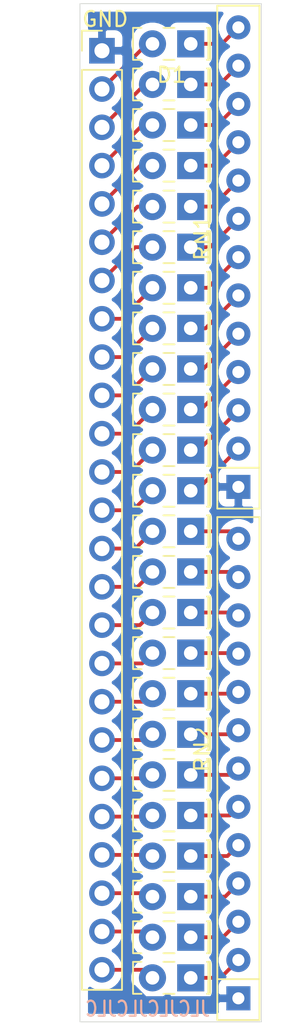
<source format=kicad_pcb>
(kicad_pcb (version 20171130) (host pcbnew "(5.1.10-1-10_14)")

  (general
    (thickness 1.6)
    (drawings 6)
    (tracks 100)
    (zones 0)
    (modules 27)
    (nets 50)
  )

  (page A4)
  (layers
    (0 F.Cu signal)
    (31 B.Cu signal)
    (32 B.Adhes user)
    (33 F.Adhes user)
    (34 B.Paste user)
    (35 F.Paste user)
    (36 B.SilkS user)
    (37 F.SilkS user)
    (38 B.Mask user)
    (39 F.Mask user)
    (40 Dwgs.User user)
    (41 Cmts.User user)
    (42 Eco1.User user)
    (43 Eco2.User user)
    (44 Edge.Cuts user)
    (45 Margin user)
    (46 B.CrtYd user)
    (47 F.CrtYd user)
    (48 B.Fab user)
    (49 F.Fab user)
  )

  (setup
    (last_trace_width 0.25)
    (trace_clearance 0.2)
    (zone_clearance 0.508)
    (zone_45_only no)
    (trace_min 0.2)
    (via_size 0.8)
    (via_drill 0.4)
    (via_min_size 0.4)
    (via_min_drill 0.3)
    (uvia_size 0.3)
    (uvia_drill 0.1)
    (uvias_allowed no)
    (uvia_min_size 0.2)
    (uvia_min_drill 0.1)
    (edge_width 0.05)
    (segment_width 0.2)
    (pcb_text_width 0.3)
    (pcb_text_size 1.5 1.5)
    (mod_edge_width 0.12)
    (mod_text_size 1 1)
    (mod_text_width 0.15)
    (pad_size 1.524 1.524)
    (pad_drill 0.762)
    (pad_to_mask_clearance 0)
    (aux_axis_origin 0 0)
    (visible_elements FFFFFF7F)
    (pcbplotparams
      (layerselection 0x010fc_ffffffff)
      (usegerberextensions false)
      (usegerberattributes true)
      (usegerberadvancedattributes true)
      (creategerberjobfile true)
      (excludeedgelayer true)
      (linewidth 0.100000)
      (plotframeref false)
      (viasonmask false)
      (mode 1)
      (useauxorigin false)
      (hpglpennumber 1)
      (hpglpenspeed 20)
      (hpglpendiameter 15.000000)
      (psnegative false)
      (psa4output false)
      (plotreference true)
      (plotvalue true)
      (plotinvisibletext false)
      (padsonsilk false)
      (subtractmaskfromsilk false)
      (outputformat 1)
      (mirror false)
      (drillshape 0)
      (scaleselection 1)
      (outputdirectory "gerber"))
  )

  (net 0 "")
  (net 1 "Net-(D1-Pad1)")
  (net 2 "Net-(D1-Pad2)")
  (net 3 "Net-(D2-Pad2)")
  (net 4 "Net-(D2-Pad1)")
  (net 5 "Net-(D3-Pad1)")
  (net 6 "Net-(D3-Pad2)")
  (net 7 "Net-(D4-Pad2)")
  (net 8 "Net-(D4-Pad1)")
  (net 9 "Net-(D5-Pad1)")
  (net 10 "Net-(D5-Pad2)")
  (net 11 "Net-(D6-Pad2)")
  (net 12 "Net-(D6-Pad1)")
  (net 13 "Net-(D7-Pad1)")
  (net 14 "Net-(D7-Pad2)")
  (net 15 "Net-(D8-Pad2)")
  (net 16 "Net-(D8-Pad1)")
  (net 17 "Net-(D9-Pad1)")
  (net 18 "Net-(D9-Pad2)")
  (net 19 "Net-(D10-Pad2)")
  (net 20 "Net-(D10-Pad1)")
  (net 21 "Net-(D11-Pad1)")
  (net 22 "Net-(D11-Pad2)")
  (net 23 "Net-(D12-Pad2)")
  (net 24 "Net-(D12-Pad1)")
  (net 25 "Net-(D13-Pad1)")
  (net 26 "Net-(D13-Pad2)")
  (net 27 "Net-(D14-Pad2)")
  (net 28 "Net-(D14-Pad1)")
  (net 29 "Net-(D15-Pad1)")
  (net 30 "Net-(D15-Pad2)")
  (net 31 "Net-(D16-Pad2)")
  (net 32 "Net-(D16-Pad1)")
  (net 33 "Net-(D17-Pad1)")
  (net 34 "Net-(D17-Pad2)")
  (net 35 "Net-(D18-Pad2)")
  (net 36 "Net-(D18-Pad1)")
  (net 37 "Net-(D19-Pad1)")
  (net 38 "Net-(D19-Pad2)")
  (net 39 "Net-(D20-Pad2)")
  (net 40 "Net-(D20-Pad1)")
  (net 41 "Net-(D21-Pad1)")
  (net 42 "Net-(D21-Pad2)")
  (net 43 "Net-(D22-Pad2)")
  (net 44 "Net-(D22-Pad1)")
  (net 45 "Net-(D23-Pad1)")
  (net 46 "Net-(D23-Pad2)")
  (net 47 "Net-(D24-Pad2)")
  (net 48 "Net-(D24-Pad1)")
  (net 49 GND)

  (net_class Default "This is the default net class."
    (clearance 0.2)
    (trace_width 0.25)
    (via_dia 0.8)
    (via_drill 0.4)
    (uvia_dia 0.3)
    (uvia_drill 0.1)
    (add_net GND)
    (add_net "Net-(D1-Pad1)")
    (add_net "Net-(D1-Pad2)")
    (add_net "Net-(D10-Pad1)")
    (add_net "Net-(D10-Pad2)")
    (add_net "Net-(D11-Pad1)")
    (add_net "Net-(D11-Pad2)")
    (add_net "Net-(D12-Pad1)")
    (add_net "Net-(D12-Pad2)")
    (add_net "Net-(D13-Pad1)")
    (add_net "Net-(D13-Pad2)")
    (add_net "Net-(D14-Pad1)")
    (add_net "Net-(D14-Pad2)")
    (add_net "Net-(D15-Pad1)")
    (add_net "Net-(D15-Pad2)")
    (add_net "Net-(D16-Pad1)")
    (add_net "Net-(D16-Pad2)")
    (add_net "Net-(D17-Pad1)")
    (add_net "Net-(D17-Pad2)")
    (add_net "Net-(D18-Pad1)")
    (add_net "Net-(D18-Pad2)")
    (add_net "Net-(D19-Pad1)")
    (add_net "Net-(D19-Pad2)")
    (add_net "Net-(D2-Pad1)")
    (add_net "Net-(D2-Pad2)")
    (add_net "Net-(D20-Pad1)")
    (add_net "Net-(D20-Pad2)")
    (add_net "Net-(D21-Pad1)")
    (add_net "Net-(D21-Pad2)")
    (add_net "Net-(D22-Pad1)")
    (add_net "Net-(D22-Pad2)")
    (add_net "Net-(D23-Pad1)")
    (add_net "Net-(D23-Pad2)")
    (add_net "Net-(D24-Pad1)")
    (add_net "Net-(D24-Pad2)")
    (add_net "Net-(D3-Pad1)")
    (add_net "Net-(D3-Pad2)")
    (add_net "Net-(D4-Pad1)")
    (add_net "Net-(D4-Pad2)")
    (add_net "Net-(D5-Pad1)")
    (add_net "Net-(D5-Pad2)")
    (add_net "Net-(D6-Pad1)")
    (add_net "Net-(D6-Pad2)")
    (add_net "Net-(D7-Pad1)")
    (add_net "Net-(D7-Pad2)")
    (add_net "Net-(D8-Pad1)")
    (add_net "Net-(D8-Pad2)")
    (add_net "Net-(D9-Pad1)")
    (add_net "Net-(D9-Pad2)")
  )

  (module Resistor_THT:R_Array_SIP13 (layer F.Cu) (tedit 5A14249F) (tstamp 61061B63)
    (at 137.668 104.013 90)
    (descr "13-pin Resistor SIP pack")
    (tags R)
    (path /610B5593)
    (fp_text reference RN2 (at 16.51 -2.4 90) (layer F.SilkS)
      (effects (font (size 1 1) (thickness 0.15)))
    )
    (fp_text value R_Network12_US (at 16.51 2.4 90) (layer F.Fab)
      (effects (font (size 1 1) (thickness 0.15)))
    )
    (fp_line (start -1.29 -1.25) (end -1.29 1.25) (layer F.Fab) (width 0.1))
    (fp_line (start -1.29 1.25) (end 31.77 1.25) (layer F.Fab) (width 0.1))
    (fp_line (start 31.77 1.25) (end 31.77 -1.25) (layer F.Fab) (width 0.1))
    (fp_line (start 31.77 -1.25) (end -1.29 -1.25) (layer F.Fab) (width 0.1))
    (fp_line (start 1.27 -1.25) (end 1.27 1.25) (layer F.Fab) (width 0.1))
    (fp_line (start -1.44 -1.4) (end -1.44 1.4) (layer F.SilkS) (width 0.12))
    (fp_line (start -1.44 1.4) (end 31.92 1.4) (layer F.SilkS) (width 0.12))
    (fp_line (start 31.92 1.4) (end 31.92 -1.4) (layer F.SilkS) (width 0.12))
    (fp_line (start 31.92 -1.4) (end -1.44 -1.4) (layer F.SilkS) (width 0.12))
    (fp_line (start 1.27 -1.4) (end 1.27 1.4) (layer F.SilkS) (width 0.12))
    (fp_line (start -1.7 -1.65) (end -1.7 1.65) (layer F.CrtYd) (width 0.05))
    (fp_line (start -1.7 1.65) (end 32.2 1.65) (layer F.CrtYd) (width 0.05))
    (fp_line (start 32.2 1.65) (end 32.2 -1.65) (layer F.CrtYd) (width 0.05))
    (fp_line (start 32.2 -1.65) (end -1.7 -1.65) (layer F.CrtYd) (width 0.05))
    (fp_text user %R (at 15.24 0 90) (layer F.Fab)
      (effects (font (size 1 1) (thickness 0.15)))
    )
    (pad 13 thru_hole oval (at 30.48 0 90) (size 1.6 1.6) (drill 0.8) (layers *.Cu *.Mask)
      (net 25 "Net-(D13-Pad1)"))
    (pad 12 thru_hole oval (at 27.94 0 90) (size 1.6 1.6) (drill 0.8) (layers *.Cu *.Mask)
      (net 28 "Net-(D14-Pad1)"))
    (pad 11 thru_hole oval (at 25.4 0 90) (size 1.6 1.6) (drill 0.8) (layers *.Cu *.Mask)
      (net 29 "Net-(D15-Pad1)"))
    (pad 10 thru_hole oval (at 22.86 0 90) (size 1.6 1.6) (drill 0.8) (layers *.Cu *.Mask)
      (net 32 "Net-(D16-Pad1)"))
    (pad 9 thru_hole oval (at 20.32 0 90) (size 1.6 1.6) (drill 0.8) (layers *.Cu *.Mask)
      (net 33 "Net-(D17-Pad1)"))
    (pad 8 thru_hole oval (at 17.78 0 90) (size 1.6 1.6) (drill 0.8) (layers *.Cu *.Mask)
      (net 36 "Net-(D18-Pad1)"))
    (pad 7 thru_hole oval (at 15.24 0 90) (size 1.6 1.6) (drill 0.8) (layers *.Cu *.Mask)
      (net 37 "Net-(D19-Pad1)"))
    (pad 6 thru_hole oval (at 12.7 0 90) (size 1.6 1.6) (drill 0.8) (layers *.Cu *.Mask)
      (net 40 "Net-(D20-Pad1)"))
    (pad 5 thru_hole oval (at 10.16 0 90) (size 1.6 1.6) (drill 0.8) (layers *.Cu *.Mask)
      (net 41 "Net-(D21-Pad1)"))
    (pad 4 thru_hole oval (at 7.62 0 90) (size 1.6 1.6) (drill 0.8) (layers *.Cu *.Mask)
      (net 44 "Net-(D22-Pad1)"))
    (pad 3 thru_hole oval (at 5.08 0 90) (size 1.6 1.6) (drill 0.8) (layers *.Cu *.Mask)
      (net 45 "Net-(D23-Pad1)"))
    (pad 2 thru_hole oval (at 2.54 0 90) (size 1.6 1.6) (drill 0.8) (layers *.Cu *.Mask)
      (net 48 "Net-(D24-Pad1)"))
    (pad 1 thru_hole rect (at 0 0 90) (size 1.6 1.6) (drill 0.8) (layers *.Cu *.Mask)
      (net 49 GND))
    (model ${KISYS3DMOD}/Resistor_THT.3dshapes/R_Array_SIP13.wrl
      (at (xyz 0 0 0))
      (scale (xyz 1 1 1))
      (rotate (xyz 0 0 0))
    )
  )

  (module LED_THT:LED_Rectangular_W5.0mm_H2.0mm (layer F.Cu) (tedit 587A3A7B) (tstamp 610386AD)
    (at 134.5057 40.7035 180)
    (descr "LED_Rectangular, Rectangular,  Rectangular size 5.0x2.0mm^2, 2 pins, http://www.kingbright.com/attachments/file/psearch/000/00/00/L-169XCGDK(Ver.9B).pdf")
    (tags "LED_Rectangular Rectangular  Rectangular size 5.0x2.0mm^2 2 pins")
    (path /60DCC8E5)
    (fp_text reference D1 (at 1.27 -2.06) (layer F.SilkS)
      (effects (font (size 1 1) (thickness 0.15)))
    )
    (fp_text value LED (at 1.27 2.06) (layer F.Fab)
      (effects (font (size 1 1) (thickness 0.15)))
    )
    (fp_line (start 4.1 -1.35) (end -1.55 -1.35) (layer F.CrtYd) (width 0.05))
    (fp_line (start 4.1 1.35) (end 4.1 -1.35) (layer F.CrtYd) (width 0.05))
    (fp_line (start -1.55 1.35) (end 4.1 1.35) (layer F.CrtYd) (width 0.05))
    (fp_line (start -1.55 -1.35) (end -1.55 1.35) (layer F.CrtYd) (width 0.05))
    (fp_line (start -1.17 -1.06) (end -1.17 1.06) (layer F.SilkS) (width 0.12))
    (fp_line (start 3.83 -1.06) (end 3.83 1.06) (layer F.SilkS) (width 0.12))
    (fp_line (start -1.29 -1.06) (end -1.29 1.06) (layer F.SilkS) (width 0.12))
    (fp_line (start 3.27 1.06) (end 3.83 1.06) (layer F.SilkS) (width 0.12))
    (fp_line (start 1.08 1.06) (end 1.811 1.06) (layer F.SilkS) (width 0.12))
    (fp_line (start -1.29 1.06) (end -1.08 1.06) (layer F.SilkS) (width 0.12))
    (fp_line (start 3.27 -1.06) (end 3.83 -1.06) (layer F.SilkS) (width 0.12))
    (fp_line (start 1.08 -1.06) (end 1.811 -1.06) (layer F.SilkS) (width 0.12))
    (fp_line (start -1.29 -1.06) (end -1.08 -1.06) (layer F.SilkS) (width 0.12))
    (fp_line (start 3.77 -1) (end -1.23 -1) (layer F.Fab) (width 0.1))
    (fp_line (start 3.77 1) (end 3.77 -1) (layer F.Fab) (width 0.1))
    (fp_line (start -1.23 1) (end 3.77 1) (layer F.Fab) (width 0.1))
    (fp_line (start -1.23 -1) (end -1.23 1) (layer F.Fab) (width 0.1))
    (pad 1 thru_hole rect (at 0 0 180) (size 1.8 1.8) (drill 0.9) (layers *.Cu *.Mask)
      (net 1 "Net-(D1-Pad1)"))
    (pad 2 thru_hole circle (at 2.54 0 180) (size 1.8 1.8) (drill 0.9) (layers *.Cu *.Mask)
      (net 2 "Net-(D1-Pad2)"))
    (model ${KISYS3DMOD}/LED_THT.3dshapes/LED_Rectangular_W5.0mm_H2.0mm.wrl
      (at (xyz 0 0 0))
      (scale (xyz 1 1 1))
      (rotate (xyz 0 0 0))
    )
  )

  (module LED_THT:LED_Rectangular_W5.0mm_H2.0mm (layer F.Cu) (tedit 587A3A7B) (tstamp 610386C4)
    (at 134.5057 43.3959 180)
    (descr "LED_Rectangular, Rectangular,  Rectangular size 5.0x2.0mm^2, 2 pins, http://www.kingbright.com/attachments/file/psearch/000/00/00/L-169XCGDK(Ver.9B).pdf")
    (tags "LED_Rectangular Rectangular  Rectangular size 5.0x2.0mm^2 2 pins")
    (path /60DCE241)
    (fp_text reference D2 (at 1.27 -2.06) (layer F.SilkS) hide
      (effects (font (size 1 1) (thickness 0.15)))
    )
    (fp_text value LED (at 1.27 2.06) (layer F.Fab)
      (effects (font (size 1 1) (thickness 0.15)))
    )
    (fp_line (start -1.23 -1) (end -1.23 1) (layer F.Fab) (width 0.1))
    (fp_line (start -1.23 1) (end 3.77 1) (layer F.Fab) (width 0.1))
    (fp_line (start 3.77 1) (end 3.77 -1) (layer F.Fab) (width 0.1))
    (fp_line (start 3.77 -1) (end -1.23 -1) (layer F.Fab) (width 0.1))
    (fp_line (start -1.29 -1.06) (end -1.08 -1.06) (layer F.SilkS) (width 0.12))
    (fp_line (start 1.08 -1.06) (end 1.811 -1.06) (layer F.SilkS) (width 0.12))
    (fp_line (start 3.27 -1.06) (end 3.83 -1.06) (layer F.SilkS) (width 0.12))
    (fp_line (start -1.29 1.06) (end -1.08 1.06) (layer F.SilkS) (width 0.12))
    (fp_line (start 1.08 1.06) (end 1.811 1.06) (layer F.SilkS) (width 0.12))
    (fp_line (start 3.27 1.06) (end 3.83 1.06) (layer F.SilkS) (width 0.12))
    (fp_line (start -1.29 -1.06) (end -1.29 1.06) (layer F.SilkS) (width 0.12))
    (fp_line (start 3.83 -1.06) (end 3.83 1.06) (layer F.SilkS) (width 0.12))
    (fp_line (start -1.17 -1.06) (end -1.17 1.06) (layer F.SilkS) (width 0.12))
    (fp_line (start -1.55 -1.35) (end -1.55 1.35) (layer F.CrtYd) (width 0.05))
    (fp_line (start -1.55 1.35) (end 4.1 1.35) (layer F.CrtYd) (width 0.05))
    (fp_line (start 4.1 1.35) (end 4.1 -1.35) (layer F.CrtYd) (width 0.05))
    (fp_line (start 4.1 -1.35) (end -1.55 -1.35) (layer F.CrtYd) (width 0.05))
    (pad 2 thru_hole circle (at 2.54 0 180) (size 1.8 1.8) (drill 0.9) (layers *.Cu *.Mask)
      (net 3 "Net-(D2-Pad2)"))
    (pad 1 thru_hole rect (at 0 0 180) (size 1.8 1.8) (drill 0.9) (layers *.Cu *.Mask)
      (net 4 "Net-(D2-Pad1)"))
    (model ${KISYS3DMOD}/LED_THT.3dshapes/LED_Rectangular_W5.0mm_H2.0mm.wrl
      (at (xyz 0 0 0))
      (scale (xyz 1 1 1))
      (rotate (xyz 0 0 0))
    )
  )

  (module LED_THT:LED_Rectangular_W5.0mm_H2.0mm (layer F.Cu) (tedit 587A3A7B) (tstamp 610386DB)
    (at 134.5057 46.0883 180)
    (descr "LED_Rectangular, Rectangular,  Rectangular size 5.0x2.0mm^2, 2 pins, http://www.kingbright.com/attachments/file/psearch/000/00/00/L-169XCGDK(Ver.9B).pdf")
    (tags "LED_Rectangular Rectangular  Rectangular size 5.0x2.0mm^2 2 pins")
    (path /60DCEAFD)
    (fp_text reference D3 (at 1.27 -2.06) (layer F.SilkS) hide
      (effects (font (size 1 1) (thickness 0.15)))
    )
    (fp_text value LED (at 1.27 2.06) (layer F.Fab)
      (effects (font (size 1 1) (thickness 0.15)))
    )
    (fp_line (start 4.1 -1.35) (end -1.55 -1.35) (layer F.CrtYd) (width 0.05))
    (fp_line (start 4.1 1.35) (end 4.1 -1.35) (layer F.CrtYd) (width 0.05))
    (fp_line (start -1.55 1.35) (end 4.1 1.35) (layer F.CrtYd) (width 0.05))
    (fp_line (start -1.55 -1.35) (end -1.55 1.35) (layer F.CrtYd) (width 0.05))
    (fp_line (start -1.17 -1.06) (end -1.17 1.06) (layer F.SilkS) (width 0.12))
    (fp_line (start 3.83 -1.06) (end 3.83 1.06) (layer F.SilkS) (width 0.12))
    (fp_line (start -1.29 -1.06) (end -1.29 1.06) (layer F.SilkS) (width 0.12))
    (fp_line (start 3.27 1.06) (end 3.83 1.06) (layer F.SilkS) (width 0.12))
    (fp_line (start 1.08 1.06) (end 1.811 1.06) (layer F.SilkS) (width 0.12))
    (fp_line (start -1.29 1.06) (end -1.08 1.06) (layer F.SilkS) (width 0.12))
    (fp_line (start 3.27 -1.06) (end 3.83 -1.06) (layer F.SilkS) (width 0.12))
    (fp_line (start 1.08 -1.06) (end 1.811 -1.06) (layer F.SilkS) (width 0.12))
    (fp_line (start -1.29 -1.06) (end -1.08 -1.06) (layer F.SilkS) (width 0.12))
    (fp_line (start 3.77 -1) (end -1.23 -1) (layer F.Fab) (width 0.1))
    (fp_line (start 3.77 1) (end 3.77 -1) (layer F.Fab) (width 0.1))
    (fp_line (start -1.23 1) (end 3.77 1) (layer F.Fab) (width 0.1))
    (fp_line (start -1.23 -1) (end -1.23 1) (layer F.Fab) (width 0.1))
    (pad 1 thru_hole rect (at 0 0 180) (size 1.8 1.8) (drill 0.9) (layers *.Cu *.Mask)
      (net 5 "Net-(D3-Pad1)"))
    (pad 2 thru_hole circle (at 2.54 0 180) (size 1.8 1.8) (drill 0.9) (layers *.Cu *.Mask)
      (net 6 "Net-(D3-Pad2)"))
    (model ${KISYS3DMOD}/LED_THT.3dshapes/LED_Rectangular_W5.0mm_H2.0mm.wrl
      (at (xyz 0 0 0))
      (scale (xyz 1 1 1))
      (rotate (xyz 0 0 0))
    )
  )

  (module LED_THT:LED_Rectangular_W5.0mm_H2.0mm (layer F.Cu) (tedit 587A3A7B) (tstamp 610386F2)
    (at 134.5057 48.7807 180)
    (descr "LED_Rectangular, Rectangular,  Rectangular size 5.0x2.0mm^2, 2 pins, http://www.kingbright.com/attachments/file/psearch/000/00/00/L-169XCGDK(Ver.9B).pdf")
    (tags "LED_Rectangular Rectangular  Rectangular size 5.0x2.0mm^2 2 pins")
    (path /60DCF1D9)
    (fp_text reference D4 (at 1.27 -2.06) (layer F.SilkS) hide
      (effects (font (size 1 1) (thickness 0.15)))
    )
    (fp_text value LED (at 1.27 2.06) (layer F.Fab)
      (effects (font (size 1 1) (thickness 0.15)))
    )
    (fp_line (start -1.23 -1) (end -1.23 1) (layer F.Fab) (width 0.1))
    (fp_line (start -1.23 1) (end 3.77 1) (layer F.Fab) (width 0.1))
    (fp_line (start 3.77 1) (end 3.77 -1) (layer F.Fab) (width 0.1))
    (fp_line (start 3.77 -1) (end -1.23 -1) (layer F.Fab) (width 0.1))
    (fp_line (start -1.29 -1.06) (end -1.08 -1.06) (layer F.SilkS) (width 0.12))
    (fp_line (start 1.08 -1.06) (end 1.811 -1.06) (layer F.SilkS) (width 0.12))
    (fp_line (start 3.27 -1.06) (end 3.83 -1.06) (layer F.SilkS) (width 0.12))
    (fp_line (start -1.29 1.06) (end -1.08 1.06) (layer F.SilkS) (width 0.12))
    (fp_line (start 1.08 1.06) (end 1.811 1.06) (layer F.SilkS) (width 0.12))
    (fp_line (start 3.27 1.06) (end 3.83 1.06) (layer F.SilkS) (width 0.12))
    (fp_line (start -1.29 -1.06) (end -1.29 1.06) (layer F.SilkS) (width 0.12))
    (fp_line (start 3.83 -1.06) (end 3.83 1.06) (layer F.SilkS) (width 0.12))
    (fp_line (start -1.17 -1.06) (end -1.17 1.06) (layer F.SilkS) (width 0.12))
    (fp_line (start -1.55 -1.35) (end -1.55 1.35) (layer F.CrtYd) (width 0.05))
    (fp_line (start -1.55 1.35) (end 4.1 1.35) (layer F.CrtYd) (width 0.05))
    (fp_line (start 4.1 1.35) (end 4.1 -1.35) (layer F.CrtYd) (width 0.05))
    (fp_line (start 4.1 -1.35) (end -1.55 -1.35) (layer F.CrtYd) (width 0.05))
    (pad 2 thru_hole circle (at 2.54 0 180) (size 1.8 1.8) (drill 0.9) (layers *.Cu *.Mask)
      (net 7 "Net-(D4-Pad2)"))
    (pad 1 thru_hole rect (at 0 0 180) (size 1.8 1.8) (drill 0.9) (layers *.Cu *.Mask)
      (net 8 "Net-(D4-Pad1)"))
    (model ${KISYS3DMOD}/LED_THT.3dshapes/LED_Rectangular_W5.0mm_H2.0mm.wrl
      (at (xyz 0 0 0))
      (scale (xyz 1 1 1))
      (rotate (xyz 0 0 0))
    )
  )

  (module LED_THT:LED_Rectangular_W5.0mm_H2.0mm (layer F.Cu) (tedit 587A3A7B) (tstamp 61038709)
    (at 134.5057 51.4985 180)
    (descr "LED_Rectangular, Rectangular,  Rectangular size 5.0x2.0mm^2, 2 pins, http://www.kingbright.com/attachments/file/psearch/000/00/00/L-169XCGDK(Ver.9B).pdf")
    (tags "LED_Rectangular Rectangular  Rectangular size 5.0x2.0mm^2 2 pins")
    (path /60DD3AAB)
    (fp_text reference D5 (at 1.27 -2.06) (layer F.SilkS) hide
      (effects (font (size 1 1) (thickness 0.15)))
    )
    (fp_text value LED (at 1.27 2.06) (layer F.Fab)
      (effects (font (size 1 1) (thickness 0.15)))
    )
    (fp_line (start 4.1 -1.35) (end -1.55 -1.35) (layer F.CrtYd) (width 0.05))
    (fp_line (start 4.1 1.35) (end 4.1 -1.35) (layer F.CrtYd) (width 0.05))
    (fp_line (start -1.55 1.35) (end 4.1 1.35) (layer F.CrtYd) (width 0.05))
    (fp_line (start -1.55 -1.35) (end -1.55 1.35) (layer F.CrtYd) (width 0.05))
    (fp_line (start -1.17 -1.06) (end -1.17 1.06) (layer F.SilkS) (width 0.12))
    (fp_line (start 3.83 -1.06) (end 3.83 1.06) (layer F.SilkS) (width 0.12))
    (fp_line (start -1.29 -1.06) (end -1.29 1.06) (layer F.SilkS) (width 0.12))
    (fp_line (start 3.27 1.06) (end 3.83 1.06) (layer F.SilkS) (width 0.12))
    (fp_line (start 1.08 1.06) (end 1.811 1.06) (layer F.SilkS) (width 0.12))
    (fp_line (start -1.29 1.06) (end -1.08 1.06) (layer F.SilkS) (width 0.12))
    (fp_line (start 3.27 -1.06) (end 3.83 -1.06) (layer F.SilkS) (width 0.12))
    (fp_line (start 1.08 -1.06) (end 1.811 -1.06) (layer F.SilkS) (width 0.12))
    (fp_line (start -1.29 -1.06) (end -1.08 -1.06) (layer F.SilkS) (width 0.12))
    (fp_line (start 3.77 -1) (end -1.23 -1) (layer F.Fab) (width 0.1))
    (fp_line (start 3.77 1) (end 3.77 -1) (layer F.Fab) (width 0.1))
    (fp_line (start -1.23 1) (end 3.77 1) (layer F.Fab) (width 0.1))
    (fp_line (start -1.23 -1) (end -1.23 1) (layer F.Fab) (width 0.1))
    (pad 1 thru_hole rect (at 0 0 180) (size 1.8 1.8) (drill 0.9) (layers *.Cu *.Mask)
      (net 9 "Net-(D5-Pad1)"))
    (pad 2 thru_hole circle (at 2.54 0 180) (size 1.8 1.8) (drill 0.9) (layers *.Cu *.Mask)
      (net 10 "Net-(D5-Pad2)"))
    (model ${KISYS3DMOD}/LED_THT.3dshapes/LED_Rectangular_W5.0mm_H2.0mm.wrl
      (at (xyz 0 0 0))
      (scale (xyz 1 1 1))
      (rotate (xyz 0 0 0))
    )
  )

  (module LED_THT:LED_Rectangular_W5.0mm_H2.0mm (layer F.Cu) (tedit 587A3A7B) (tstamp 61038720)
    (at 134.5057 54.1909 180)
    (descr "LED_Rectangular, Rectangular,  Rectangular size 5.0x2.0mm^2, 2 pins, http://www.kingbright.com/attachments/file/psearch/000/00/00/L-169XCGDK(Ver.9B).pdf")
    (tags "LED_Rectangular Rectangular  Rectangular size 5.0x2.0mm^2 2 pins")
    (path /60DD3AB1)
    (fp_text reference D6 (at 1.27 -2.06) (layer F.SilkS) hide
      (effects (font (size 1 1) (thickness 0.15)))
    )
    (fp_text value LED (at 1.27 2.06) (layer F.Fab)
      (effects (font (size 1 1) (thickness 0.15)))
    )
    (fp_line (start -1.23 -1) (end -1.23 1) (layer F.Fab) (width 0.1))
    (fp_line (start -1.23 1) (end 3.77 1) (layer F.Fab) (width 0.1))
    (fp_line (start 3.77 1) (end 3.77 -1) (layer F.Fab) (width 0.1))
    (fp_line (start 3.77 -1) (end -1.23 -1) (layer F.Fab) (width 0.1))
    (fp_line (start -1.29 -1.06) (end -1.08 -1.06) (layer F.SilkS) (width 0.12))
    (fp_line (start 1.08 -1.06) (end 1.811 -1.06) (layer F.SilkS) (width 0.12))
    (fp_line (start 3.27 -1.06) (end 3.83 -1.06) (layer F.SilkS) (width 0.12))
    (fp_line (start -1.29 1.06) (end -1.08 1.06) (layer F.SilkS) (width 0.12))
    (fp_line (start 1.08 1.06) (end 1.811 1.06) (layer F.SilkS) (width 0.12))
    (fp_line (start 3.27 1.06) (end 3.83 1.06) (layer F.SilkS) (width 0.12))
    (fp_line (start -1.29 -1.06) (end -1.29 1.06) (layer F.SilkS) (width 0.12))
    (fp_line (start 3.83 -1.06) (end 3.83 1.06) (layer F.SilkS) (width 0.12))
    (fp_line (start -1.17 -1.06) (end -1.17 1.06) (layer F.SilkS) (width 0.12))
    (fp_line (start -1.55 -1.35) (end -1.55 1.35) (layer F.CrtYd) (width 0.05))
    (fp_line (start -1.55 1.35) (end 4.1 1.35) (layer F.CrtYd) (width 0.05))
    (fp_line (start 4.1 1.35) (end 4.1 -1.35) (layer F.CrtYd) (width 0.05))
    (fp_line (start 4.1 -1.35) (end -1.55 -1.35) (layer F.CrtYd) (width 0.05))
    (pad 2 thru_hole circle (at 2.54 0 180) (size 1.8 1.8) (drill 0.9) (layers *.Cu *.Mask)
      (net 11 "Net-(D6-Pad2)"))
    (pad 1 thru_hole rect (at 0 0 180) (size 1.8 1.8) (drill 0.9) (layers *.Cu *.Mask)
      (net 12 "Net-(D6-Pad1)"))
    (model ${KISYS3DMOD}/LED_THT.3dshapes/LED_Rectangular_W5.0mm_H2.0mm.wrl
      (at (xyz 0 0 0))
      (scale (xyz 1 1 1))
      (rotate (xyz 0 0 0))
    )
  )

  (module LED_THT:LED_Rectangular_W5.0mm_H2.0mm (layer F.Cu) (tedit 587A3A7B) (tstamp 61038737)
    (at 134.5057 56.8833 180)
    (descr "LED_Rectangular, Rectangular,  Rectangular size 5.0x2.0mm^2, 2 pins, http://www.kingbright.com/attachments/file/psearch/000/00/00/L-169XCGDK(Ver.9B).pdf")
    (tags "LED_Rectangular Rectangular  Rectangular size 5.0x2.0mm^2 2 pins")
    (path /60DD3AB7)
    (fp_text reference D7 (at 1.27 -2.06) (layer F.SilkS) hide
      (effects (font (size 1 1) (thickness 0.15)))
    )
    (fp_text value LED (at 1.27 2.06) (layer F.Fab)
      (effects (font (size 1 1) (thickness 0.15)))
    )
    (fp_line (start 4.1 -1.35) (end -1.55 -1.35) (layer F.CrtYd) (width 0.05))
    (fp_line (start 4.1 1.35) (end 4.1 -1.35) (layer F.CrtYd) (width 0.05))
    (fp_line (start -1.55 1.35) (end 4.1 1.35) (layer F.CrtYd) (width 0.05))
    (fp_line (start -1.55 -1.35) (end -1.55 1.35) (layer F.CrtYd) (width 0.05))
    (fp_line (start -1.17 -1.06) (end -1.17 1.06) (layer F.SilkS) (width 0.12))
    (fp_line (start 3.83 -1.06) (end 3.83 1.06) (layer F.SilkS) (width 0.12))
    (fp_line (start -1.29 -1.06) (end -1.29 1.06) (layer F.SilkS) (width 0.12))
    (fp_line (start 3.27 1.06) (end 3.83 1.06) (layer F.SilkS) (width 0.12))
    (fp_line (start 1.08 1.06) (end 1.811 1.06) (layer F.SilkS) (width 0.12))
    (fp_line (start -1.29 1.06) (end -1.08 1.06) (layer F.SilkS) (width 0.12))
    (fp_line (start 3.27 -1.06) (end 3.83 -1.06) (layer F.SilkS) (width 0.12))
    (fp_line (start 1.08 -1.06) (end 1.811 -1.06) (layer F.SilkS) (width 0.12))
    (fp_line (start -1.29 -1.06) (end -1.08 -1.06) (layer F.SilkS) (width 0.12))
    (fp_line (start 3.77 -1) (end -1.23 -1) (layer F.Fab) (width 0.1))
    (fp_line (start 3.77 1) (end 3.77 -1) (layer F.Fab) (width 0.1))
    (fp_line (start -1.23 1) (end 3.77 1) (layer F.Fab) (width 0.1))
    (fp_line (start -1.23 -1) (end -1.23 1) (layer F.Fab) (width 0.1))
    (pad 1 thru_hole rect (at 0 0 180) (size 1.8 1.8) (drill 0.9) (layers *.Cu *.Mask)
      (net 13 "Net-(D7-Pad1)"))
    (pad 2 thru_hole circle (at 2.54 0 180) (size 1.8 1.8) (drill 0.9) (layers *.Cu *.Mask)
      (net 14 "Net-(D7-Pad2)"))
    (model ${KISYS3DMOD}/LED_THT.3dshapes/LED_Rectangular_W5.0mm_H2.0mm.wrl
      (at (xyz 0 0 0))
      (scale (xyz 1 1 1))
      (rotate (xyz 0 0 0))
    )
  )

  (module LED_THT:LED_Rectangular_W5.0mm_H2.0mm (layer F.Cu) (tedit 587A3A7B) (tstamp 6103874E)
    (at 134.5057 59.5757 180)
    (descr "LED_Rectangular, Rectangular,  Rectangular size 5.0x2.0mm^2, 2 pins, http://www.kingbright.com/attachments/file/psearch/000/00/00/L-169XCGDK(Ver.9B).pdf")
    (tags "LED_Rectangular Rectangular  Rectangular size 5.0x2.0mm^2 2 pins")
    (path /60DD3ABD)
    (fp_text reference D8 (at 1.27 -2.06) (layer F.SilkS) hide
      (effects (font (size 1 1) (thickness 0.15)))
    )
    (fp_text value LED (at 1.27 2.06) (layer F.Fab)
      (effects (font (size 1 1) (thickness 0.15)))
    )
    (fp_line (start -1.23 -1) (end -1.23 1) (layer F.Fab) (width 0.1))
    (fp_line (start -1.23 1) (end 3.77 1) (layer F.Fab) (width 0.1))
    (fp_line (start 3.77 1) (end 3.77 -1) (layer F.Fab) (width 0.1))
    (fp_line (start 3.77 -1) (end -1.23 -1) (layer F.Fab) (width 0.1))
    (fp_line (start -1.29 -1.06) (end -1.08 -1.06) (layer F.SilkS) (width 0.12))
    (fp_line (start 1.08 -1.06) (end 1.811 -1.06) (layer F.SilkS) (width 0.12))
    (fp_line (start 3.27 -1.06) (end 3.83 -1.06) (layer F.SilkS) (width 0.12))
    (fp_line (start -1.29 1.06) (end -1.08 1.06) (layer F.SilkS) (width 0.12))
    (fp_line (start 1.08 1.06) (end 1.811 1.06) (layer F.SilkS) (width 0.12))
    (fp_line (start 3.27 1.06) (end 3.83 1.06) (layer F.SilkS) (width 0.12))
    (fp_line (start -1.29 -1.06) (end -1.29 1.06) (layer F.SilkS) (width 0.12))
    (fp_line (start 3.83 -1.06) (end 3.83 1.06) (layer F.SilkS) (width 0.12))
    (fp_line (start -1.17 -1.06) (end -1.17 1.06) (layer F.SilkS) (width 0.12))
    (fp_line (start -1.55 -1.35) (end -1.55 1.35) (layer F.CrtYd) (width 0.05))
    (fp_line (start -1.55 1.35) (end 4.1 1.35) (layer F.CrtYd) (width 0.05))
    (fp_line (start 4.1 1.35) (end 4.1 -1.35) (layer F.CrtYd) (width 0.05))
    (fp_line (start 4.1 -1.35) (end -1.55 -1.35) (layer F.CrtYd) (width 0.05))
    (pad 2 thru_hole circle (at 2.54 0 180) (size 1.8 1.8) (drill 0.9) (layers *.Cu *.Mask)
      (net 15 "Net-(D8-Pad2)"))
    (pad 1 thru_hole rect (at 0 0 180) (size 1.8 1.8) (drill 0.9) (layers *.Cu *.Mask)
      (net 16 "Net-(D8-Pad1)"))
    (model ${KISYS3DMOD}/LED_THT.3dshapes/LED_Rectangular_W5.0mm_H2.0mm.wrl
      (at (xyz 0 0 0))
      (scale (xyz 1 1 1))
      (rotate (xyz 0 0 0))
    )
  )

  (module LED_THT:LED_Rectangular_W5.0mm_H2.0mm (layer F.Cu) (tedit 587A3A7B) (tstamp 61038765)
    (at 134.5057 62.2681 180)
    (descr "LED_Rectangular, Rectangular,  Rectangular size 5.0x2.0mm^2, 2 pins, http://www.kingbright.com/attachments/file/psearch/000/00/00/L-169XCGDK(Ver.9B).pdf")
    (tags "LED_Rectangular Rectangular  Rectangular size 5.0x2.0mm^2 2 pins")
    (path /6103C0DB)
    (fp_text reference D9 (at 1.27 -2.06) (layer F.SilkS) hide
      (effects (font (size 1 1) (thickness 0.15)))
    )
    (fp_text value LED (at 1.27 2.06) (layer F.Fab)
      (effects (font (size 1 1) (thickness 0.15)))
    )
    (fp_line (start 4.1 -1.35) (end -1.55 -1.35) (layer F.CrtYd) (width 0.05))
    (fp_line (start 4.1 1.35) (end 4.1 -1.35) (layer F.CrtYd) (width 0.05))
    (fp_line (start -1.55 1.35) (end 4.1 1.35) (layer F.CrtYd) (width 0.05))
    (fp_line (start -1.55 -1.35) (end -1.55 1.35) (layer F.CrtYd) (width 0.05))
    (fp_line (start -1.17 -1.06) (end -1.17 1.06) (layer F.SilkS) (width 0.12))
    (fp_line (start 3.83 -1.06) (end 3.83 1.06) (layer F.SilkS) (width 0.12))
    (fp_line (start -1.29 -1.06) (end -1.29 1.06) (layer F.SilkS) (width 0.12))
    (fp_line (start 3.27 1.06) (end 3.83 1.06) (layer F.SilkS) (width 0.12))
    (fp_line (start 1.08 1.06) (end 1.811 1.06) (layer F.SilkS) (width 0.12))
    (fp_line (start -1.29 1.06) (end -1.08 1.06) (layer F.SilkS) (width 0.12))
    (fp_line (start 3.27 -1.06) (end 3.83 -1.06) (layer F.SilkS) (width 0.12))
    (fp_line (start 1.08 -1.06) (end 1.811 -1.06) (layer F.SilkS) (width 0.12))
    (fp_line (start -1.29 -1.06) (end -1.08 -1.06) (layer F.SilkS) (width 0.12))
    (fp_line (start 3.77 -1) (end -1.23 -1) (layer F.Fab) (width 0.1))
    (fp_line (start 3.77 1) (end 3.77 -1) (layer F.Fab) (width 0.1))
    (fp_line (start -1.23 1) (end 3.77 1) (layer F.Fab) (width 0.1))
    (fp_line (start -1.23 -1) (end -1.23 1) (layer F.Fab) (width 0.1))
    (pad 1 thru_hole rect (at 0 0 180) (size 1.8 1.8) (drill 0.9) (layers *.Cu *.Mask)
      (net 17 "Net-(D9-Pad1)"))
    (pad 2 thru_hole circle (at 2.54 0 180) (size 1.8 1.8) (drill 0.9) (layers *.Cu *.Mask)
      (net 18 "Net-(D9-Pad2)"))
    (model ${KISYS3DMOD}/LED_THT.3dshapes/LED_Rectangular_W5.0mm_H2.0mm.wrl
      (at (xyz 0 0 0))
      (scale (xyz 1 1 1))
      (rotate (xyz 0 0 0))
    )
  )

  (module LED_THT:LED_Rectangular_W5.0mm_H2.0mm (layer F.Cu) (tedit 587A3A7B) (tstamp 6103877C)
    (at 134.5057 64.9605 180)
    (descr "LED_Rectangular, Rectangular,  Rectangular size 5.0x2.0mm^2, 2 pins, http://www.kingbright.com/attachments/file/psearch/000/00/00/L-169XCGDK(Ver.9B).pdf")
    (tags "LED_Rectangular Rectangular  Rectangular size 5.0x2.0mm^2 2 pins")
    (path /6103C274)
    (fp_text reference D10 (at 1.27 -2.06) (layer F.SilkS) hide
      (effects (font (size 1 1) (thickness 0.15)))
    )
    (fp_text value LED (at 1.27 2.06) (layer F.Fab)
      (effects (font (size 1 1) (thickness 0.15)))
    )
    (fp_line (start -1.23 -1) (end -1.23 1) (layer F.Fab) (width 0.1))
    (fp_line (start -1.23 1) (end 3.77 1) (layer F.Fab) (width 0.1))
    (fp_line (start 3.77 1) (end 3.77 -1) (layer F.Fab) (width 0.1))
    (fp_line (start 3.77 -1) (end -1.23 -1) (layer F.Fab) (width 0.1))
    (fp_line (start -1.29 -1.06) (end -1.08 -1.06) (layer F.SilkS) (width 0.12))
    (fp_line (start 1.08 -1.06) (end 1.811 -1.06) (layer F.SilkS) (width 0.12))
    (fp_line (start 3.27 -1.06) (end 3.83 -1.06) (layer F.SilkS) (width 0.12))
    (fp_line (start -1.29 1.06) (end -1.08 1.06) (layer F.SilkS) (width 0.12))
    (fp_line (start 1.08 1.06) (end 1.811 1.06) (layer F.SilkS) (width 0.12))
    (fp_line (start 3.27 1.06) (end 3.83 1.06) (layer F.SilkS) (width 0.12))
    (fp_line (start -1.29 -1.06) (end -1.29 1.06) (layer F.SilkS) (width 0.12))
    (fp_line (start 3.83 -1.06) (end 3.83 1.06) (layer F.SilkS) (width 0.12))
    (fp_line (start -1.17 -1.06) (end -1.17 1.06) (layer F.SilkS) (width 0.12))
    (fp_line (start -1.55 -1.35) (end -1.55 1.35) (layer F.CrtYd) (width 0.05))
    (fp_line (start -1.55 1.35) (end 4.1 1.35) (layer F.CrtYd) (width 0.05))
    (fp_line (start 4.1 1.35) (end 4.1 -1.35) (layer F.CrtYd) (width 0.05))
    (fp_line (start 4.1 -1.35) (end -1.55 -1.35) (layer F.CrtYd) (width 0.05))
    (pad 2 thru_hole circle (at 2.54 0 180) (size 1.8 1.8) (drill 0.9) (layers *.Cu *.Mask)
      (net 19 "Net-(D10-Pad2)"))
    (pad 1 thru_hole rect (at 0 0 180) (size 1.8 1.8) (drill 0.9) (layers *.Cu *.Mask)
      (net 20 "Net-(D10-Pad1)"))
    (model ${KISYS3DMOD}/LED_THT.3dshapes/LED_Rectangular_W5.0mm_H2.0mm.wrl
      (at (xyz 0 0 0))
      (scale (xyz 1 1 1))
      (rotate (xyz 0 0 0))
    )
  )

  (module LED_THT:LED_Rectangular_W5.0mm_H2.0mm (layer F.Cu) (tedit 587A3A7B) (tstamp 61038793)
    (at 134.5057 67.6529 180)
    (descr "LED_Rectangular, Rectangular,  Rectangular size 5.0x2.0mm^2, 2 pins, http://www.kingbright.com/attachments/file/psearch/000/00/00/L-169XCGDK(Ver.9B).pdf")
    (tags "LED_Rectangular Rectangular  Rectangular size 5.0x2.0mm^2 2 pins")
    (path /6103C3C9)
    (fp_text reference D11 (at 1.27 -2.06) (layer F.SilkS) hide
      (effects (font (size 1 1) (thickness 0.15)))
    )
    (fp_text value LED (at 1.27 2.06) (layer F.Fab)
      (effects (font (size 1 1) (thickness 0.15)))
    )
    (fp_line (start 4.1 -1.35) (end -1.55 -1.35) (layer F.CrtYd) (width 0.05))
    (fp_line (start 4.1 1.35) (end 4.1 -1.35) (layer F.CrtYd) (width 0.05))
    (fp_line (start -1.55 1.35) (end 4.1 1.35) (layer F.CrtYd) (width 0.05))
    (fp_line (start -1.55 -1.35) (end -1.55 1.35) (layer F.CrtYd) (width 0.05))
    (fp_line (start -1.17 -1.06) (end -1.17 1.06) (layer F.SilkS) (width 0.12))
    (fp_line (start 3.83 -1.06) (end 3.83 1.06) (layer F.SilkS) (width 0.12))
    (fp_line (start -1.29 -1.06) (end -1.29 1.06) (layer F.SilkS) (width 0.12))
    (fp_line (start 3.27 1.06) (end 3.83 1.06) (layer F.SilkS) (width 0.12))
    (fp_line (start 1.08 1.06) (end 1.811 1.06) (layer F.SilkS) (width 0.12))
    (fp_line (start -1.29 1.06) (end -1.08 1.06) (layer F.SilkS) (width 0.12))
    (fp_line (start 3.27 -1.06) (end 3.83 -1.06) (layer F.SilkS) (width 0.12))
    (fp_line (start 1.08 -1.06) (end 1.811 -1.06) (layer F.SilkS) (width 0.12))
    (fp_line (start -1.29 -1.06) (end -1.08 -1.06) (layer F.SilkS) (width 0.12))
    (fp_line (start 3.77 -1) (end -1.23 -1) (layer F.Fab) (width 0.1))
    (fp_line (start 3.77 1) (end 3.77 -1) (layer F.Fab) (width 0.1))
    (fp_line (start -1.23 1) (end 3.77 1) (layer F.Fab) (width 0.1))
    (fp_line (start -1.23 -1) (end -1.23 1) (layer F.Fab) (width 0.1))
    (pad 1 thru_hole rect (at 0 0 180) (size 1.8 1.8) (drill 0.9) (layers *.Cu *.Mask)
      (net 21 "Net-(D11-Pad1)"))
    (pad 2 thru_hole circle (at 2.54 0 180) (size 1.8 1.8) (drill 0.9) (layers *.Cu *.Mask)
      (net 22 "Net-(D11-Pad2)"))
    (model ${KISYS3DMOD}/LED_THT.3dshapes/LED_Rectangular_W5.0mm_H2.0mm.wrl
      (at (xyz 0 0 0))
      (scale (xyz 1 1 1))
      (rotate (xyz 0 0 0))
    )
  )

  (module LED_THT:LED_Rectangular_W5.0mm_H2.0mm (layer F.Cu) (tedit 587A3A7B) (tstamp 610387AA)
    (at 134.5057 70.3453 180)
    (descr "LED_Rectangular, Rectangular,  Rectangular size 5.0x2.0mm^2, 2 pins, http://www.kingbright.com/attachments/file/psearch/000/00/00/L-169XCGDK(Ver.9B).pdf")
    (tags "LED_Rectangular Rectangular  Rectangular size 5.0x2.0mm^2 2 pins")
    (path /6103C51E)
    (fp_text reference D12 (at 1.27 -2.06) (layer F.SilkS) hide
      (effects (font (size 1 1) (thickness 0.15)))
    )
    (fp_text value LED (at 1.27 2.06) (layer F.Fab)
      (effects (font (size 1 1) (thickness 0.15)))
    )
    (fp_line (start -1.23 -1) (end -1.23 1) (layer F.Fab) (width 0.1))
    (fp_line (start -1.23 1) (end 3.77 1) (layer F.Fab) (width 0.1))
    (fp_line (start 3.77 1) (end 3.77 -1) (layer F.Fab) (width 0.1))
    (fp_line (start 3.77 -1) (end -1.23 -1) (layer F.Fab) (width 0.1))
    (fp_line (start -1.29 -1.06) (end -1.08 -1.06) (layer F.SilkS) (width 0.12))
    (fp_line (start 1.08 -1.06) (end 1.811 -1.06) (layer F.SilkS) (width 0.12))
    (fp_line (start 3.27 -1.06) (end 3.83 -1.06) (layer F.SilkS) (width 0.12))
    (fp_line (start -1.29 1.06) (end -1.08 1.06) (layer F.SilkS) (width 0.12))
    (fp_line (start 1.08 1.06) (end 1.811 1.06) (layer F.SilkS) (width 0.12))
    (fp_line (start 3.27 1.06) (end 3.83 1.06) (layer F.SilkS) (width 0.12))
    (fp_line (start -1.29 -1.06) (end -1.29 1.06) (layer F.SilkS) (width 0.12))
    (fp_line (start 3.83 -1.06) (end 3.83 1.06) (layer F.SilkS) (width 0.12))
    (fp_line (start -1.17 -1.06) (end -1.17 1.06) (layer F.SilkS) (width 0.12))
    (fp_line (start -1.55 -1.35) (end -1.55 1.35) (layer F.CrtYd) (width 0.05))
    (fp_line (start -1.55 1.35) (end 4.1 1.35) (layer F.CrtYd) (width 0.05))
    (fp_line (start 4.1 1.35) (end 4.1 -1.35) (layer F.CrtYd) (width 0.05))
    (fp_line (start 4.1 -1.35) (end -1.55 -1.35) (layer F.CrtYd) (width 0.05))
    (pad 2 thru_hole circle (at 2.54 0 180) (size 1.8 1.8) (drill 0.9) (layers *.Cu *.Mask)
      (net 23 "Net-(D12-Pad2)"))
    (pad 1 thru_hole rect (at 0 0 180) (size 1.8 1.8) (drill 0.9) (layers *.Cu *.Mask)
      (net 24 "Net-(D12-Pad1)"))
    (model ${KISYS3DMOD}/LED_THT.3dshapes/LED_Rectangular_W5.0mm_H2.0mm.wrl
      (at (xyz 0 0 0))
      (scale (xyz 1 1 1))
      (rotate (xyz 0 0 0))
    )
  )

  (module LED_THT:LED_Rectangular_W5.0mm_H2.0mm (layer F.Cu) (tedit 587A3A7B) (tstamp 610387C1)
    (at 134.5057 73.0377 180)
    (descr "LED_Rectangular, Rectangular,  Rectangular size 5.0x2.0mm^2, 2 pins, http://www.kingbright.com/attachments/file/psearch/000/00/00/L-169XCGDK(Ver.9B).pdf")
    (tags "LED_Rectangular Rectangular  Rectangular size 5.0x2.0mm^2 2 pins")
    (path /6103C673)
    (fp_text reference D13 (at 1.27 -2.06) (layer F.SilkS) hide
      (effects (font (size 1 1) (thickness 0.15)))
    )
    (fp_text value LED (at 1.27 2.06) (layer F.Fab)
      (effects (font (size 1 1) (thickness 0.15)))
    )
    (fp_line (start 4.1 -1.35) (end -1.55 -1.35) (layer F.CrtYd) (width 0.05))
    (fp_line (start 4.1 1.35) (end 4.1 -1.35) (layer F.CrtYd) (width 0.05))
    (fp_line (start -1.55 1.35) (end 4.1 1.35) (layer F.CrtYd) (width 0.05))
    (fp_line (start -1.55 -1.35) (end -1.55 1.35) (layer F.CrtYd) (width 0.05))
    (fp_line (start -1.17 -1.06) (end -1.17 1.06) (layer F.SilkS) (width 0.12))
    (fp_line (start 3.83 -1.06) (end 3.83 1.06) (layer F.SilkS) (width 0.12))
    (fp_line (start -1.29 -1.06) (end -1.29 1.06) (layer F.SilkS) (width 0.12))
    (fp_line (start 3.27 1.06) (end 3.83 1.06) (layer F.SilkS) (width 0.12))
    (fp_line (start 1.08 1.06) (end 1.811 1.06) (layer F.SilkS) (width 0.12))
    (fp_line (start -1.29 1.06) (end -1.08 1.06) (layer F.SilkS) (width 0.12))
    (fp_line (start 3.27 -1.06) (end 3.83 -1.06) (layer F.SilkS) (width 0.12))
    (fp_line (start 1.08 -1.06) (end 1.811 -1.06) (layer F.SilkS) (width 0.12))
    (fp_line (start -1.29 -1.06) (end -1.08 -1.06) (layer F.SilkS) (width 0.12))
    (fp_line (start 3.77 -1) (end -1.23 -1) (layer F.Fab) (width 0.1))
    (fp_line (start 3.77 1) (end 3.77 -1) (layer F.Fab) (width 0.1))
    (fp_line (start -1.23 1) (end 3.77 1) (layer F.Fab) (width 0.1))
    (fp_line (start -1.23 -1) (end -1.23 1) (layer F.Fab) (width 0.1))
    (pad 1 thru_hole rect (at 0 0 180) (size 1.8 1.8) (drill 0.9) (layers *.Cu *.Mask)
      (net 25 "Net-(D13-Pad1)"))
    (pad 2 thru_hole circle (at 2.54 0 180) (size 1.8 1.8) (drill 0.9) (layers *.Cu *.Mask)
      (net 26 "Net-(D13-Pad2)"))
    (model ${KISYS3DMOD}/LED_THT.3dshapes/LED_Rectangular_W5.0mm_H2.0mm.wrl
      (at (xyz 0 0 0))
      (scale (xyz 1 1 1))
      (rotate (xyz 0 0 0))
    )
  )

  (module LED_THT:LED_Rectangular_W5.0mm_H2.0mm (layer F.Cu) (tedit 587A3A7B) (tstamp 610387D8)
    (at 134.5057 75.7301 180)
    (descr "LED_Rectangular, Rectangular,  Rectangular size 5.0x2.0mm^2, 2 pins, http://www.kingbright.com/attachments/file/psearch/000/00/00/L-169XCGDK(Ver.9B).pdf")
    (tags "LED_Rectangular Rectangular  Rectangular size 5.0x2.0mm^2 2 pins")
    (path /6103C7C8)
    (fp_text reference D14 (at 1.27 -2.06) (layer F.SilkS) hide
      (effects (font (size 1 1) (thickness 0.15)))
    )
    (fp_text value LED (at 1.27 2.06) (layer F.Fab)
      (effects (font (size 1 1) (thickness 0.15)))
    )
    (fp_line (start -1.23 -1) (end -1.23 1) (layer F.Fab) (width 0.1))
    (fp_line (start -1.23 1) (end 3.77 1) (layer F.Fab) (width 0.1))
    (fp_line (start 3.77 1) (end 3.77 -1) (layer F.Fab) (width 0.1))
    (fp_line (start 3.77 -1) (end -1.23 -1) (layer F.Fab) (width 0.1))
    (fp_line (start -1.29 -1.06) (end -1.08 -1.06) (layer F.SilkS) (width 0.12))
    (fp_line (start 1.08 -1.06) (end 1.811 -1.06) (layer F.SilkS) (width 0.12))
    (fp_line (start 3.27 -1.06) (end 3.83 -1.06) (layer F.SilkS) (width 0.12))
    (fp_line (start -1.29 1.06) (end -1.08 1.06) (layer F.SilkS) (width 0.12))
    (fp_line (start 1.08 1.06) (end 1.811 1.06) (layer F.SilkS) (width 0.12))
    (fp_line (start 3.27 1.06) (end 3.83 1.06) (layer F.SilkS) (width 0.12))
    (fp_line (start -1.29 -1.06) (end -1.29 1.06) (layer F.SilkS) (width 0.12))
    (fp_line (start 3.83 -1.06) (end 3.83 1.06) (layer F.SilkS) (width 0.12))
    (fp_line (start -1.17 -1.06) (end -1.17 1.06) (layer F.SilkS) (width 0.12))
    (fp_line (start -1.55 -1.35) (end -1.55 1.35) (layer F.CrtYd) (width 0.05))
    (fp_line (start -1.55 1.35) (end 4.1 1.35) (layer F.CrtYd) (width 0.05))
    (fp_line (start 4.1 1.35) (end 4.1 -1.35) (layer F.CrtYd) (width 0.05))
    (fp_line (start 4.1 -1.35) (end -1.55 -1.35) (layer F.CrtYd) (width 0.05))
    (pad 2 thru_hole circle (at 2.54 0 180) (size 1.8 1.8) (drill 0.9) (layers *.Cu *.Mask)
      (net 27 "Net-(D14-Pad2)"))
    (pad 1 thru_hole rect (at 0 0 180) (size 1.8 1.8) (drill 0.9) (layers *.Cu *.Mask)
      (net 28 "Net-(D14-Pad1)"))
    (model ${KISYS3DMOD}/LED_THT.3dshapes/LED_Rectangular_W5.0mm_H2.0mm.wrl
      (at (xyz 0 0 0))
      (scale (xyz 1 1 1))
      (rotate (xyz 0 0 0))
    )
  )

  (module LED_THT:LED_Rectangular_W5.0mm_H2.0mm (layer F.Cu) (tedit 587A3A7B) (tstamp 610387EF)
    (at 134.5057 78.4225 180)
    (descr "LED_Rectangular, Rectangular,  Rectangular size 5.0x2.0mm^2, 2 pins, http://www.kingbright.com/attachments/file/psearch/000/00/00/L-169XCGDK(Ver.9B).pdf")
    (tags "LED_Rectangular Rectangular  Rectangular size 5.0x2.0mm^2 2 pins")
    (path /6103F97B)
    (fp_text reference D15 (at 1.27 -2.06) (layer F.SilkS) hide
      (effects (font (size 1 1) (thickness 0.15)))
    )
    (fp_text value LED (at 1.27 2.06) (layer F.Fab)
      (effects (font (size 1 1) (thickness 0.15)))
    )
    (fp_line (start 4.1 -1.35) (end -1.55 -1.35) (layer F.CrtYd) (width 0.05))
    (fp_line (start 4.1 1.35) (end 4.1 -1.35) (layer F.CrtYd) (width 0.05))
    (fp_line (start -1.55 1.35) (end 4.1 1.35) (layer F.CrtYd) (width 0.05))
    (fp_line (start -1.55 -1.35) (end -1.55 1.35) (layer F.CrtYd) (width 0.05))
    (fp_line (start -1.17 -1.06) (end -1.17 1.06) (layer F.SilkS) (width 0.12))
    (fp_line (start 3.83 -1.06) (end 3.83 1.06) (layer F.SilkS) (width 0.12))
    (fp_line (start -1.29 -1.06) (end -1.29 1.06) (layer F.SilkS) (width 0.12))
    (fp_line (start 3.27 1.06) (end 3.83 1.06) (layer F.SilkS) (width 0.12))
    (fp_line (start 1.08 1.06) (end 1.811 1.06) (layer F.SilkS) (width 0.12))
    (fp_line (start -1.29 1.06) (end -1.08 1.06) (layer F.SilkS) (width 0.12))
    (fp_line (start 3.27 -1.06) (end 3.83 -1.06) (layer F.SilkS) (width 0.12))
    (fp_line (start 1.08 -1.06) (end 1.811 -1.06) (layer F.SilkS) (width 0.12))
    (fp_line (start -1.29 -1.06) (end -1.08 -1.06) (layer F.SilkS) (width 0.12))
    (fp_line (start 3.77 -1) (end -1.23 -1) (layer F.Fab) (width 0.1))
    (fp_line (start 3.77 1) (end 3.77 -1) (layer F.Fab) (width 0.1))
    (fp_line (start -1.23 1) (end 3.77 1) (layer F.Fab) (width 0.1))
    (fp_line (start -1.23 -1) (end -1.23 1) (layer F.Fab) (width 0.1))
    (pad 1 thru_hole rect (at 0 0 180) (size 1.8 1.8) (drill 0.9) (layers *.Cu *.Mask)
      (net 29 "Net-(D15-Pad1)"))
    (pad 2 thru_hole circle (at 2.54 0 180) (size 1.8 1.8) (drill 0.9) (layers *.Cu *.Mask)
      (net 30 "Net-(D15-Pad2)"))
    (model ${KISYS3DMOD}/LED_THT.3dshapes/LED_Rectangular_W5.0mm_H2.0mm.wrl
      (at (xyz 0 0 0))
      (scale (xyz 1 1 1))
      (rotate (xyz 0 0 0))
    )
  )

  (module LED_THT:LED_Rectangular_W5.0mm_H2.0mm (layer F.Cu) (tedit 587A3A7B) (tstamp 61038806)
    (at 134.5057 81.1149 180)
    (descr "LED_Rectangular, Rectangular,  Rectangular size 5.0x2.0mm^2, 2 pins, http://www.kingbright.com/attachments/file/psearch/000/00/00/L-169XCGDK(Ver.9B).pdf")
    (tags "LED_Rectangular Rectangular  Rectangular size 5.0x2.0mm^2 2 pins")
    (path /6103F981)
    (fp_text reference D16 (at 1.27 -2.06) (layer F.SilkS) hide
      (effects (font (size 1 1) (thickness 0.15)))
    )
    (fp_text value LED (at 1.27 2.06) (layer F.Fab)
      (effects (font (size 1 1) (thickness 0.15)))
    )
    (fp_line (start -1.23 -1) (end -1.23 1) (layer F.Fab) (width 0.1))
    (fp_line (start -1.23 1) (end 3.77 1) (layer F.Fab) (width 0.1))
    (fp_line (start 3.77 1) (end 3.77 -1) (layer F.Fab) (width 0.1))
    (fp_line (start 3.77 -1) (end -1.23 -1) (layer F.Fab) (width 0.1))
    (fp_line (start -1.29 -1.06) (end -1.08 -1.06) (layer F.SilkS) (width 0.12))
    (fp_line (start 1.08 -1.06) (end 1.811 -1.06) (layer F.SilkS) (width 0.12))
    (fp_line (start 3.27 -1.06) (end 3.83 -1.06) (layer F.SilkS) (width 0.12))
    (fp_line (start -1.29 1.06) (end -1.08 1.06) (layer F.SilkS) (width 0.12))
    (fp_line (start 1.08 1.06) (end 1.811 1.06) (layer F.SilkS) (width 0.12))
    (fp_line (start 3.27 1.06) (end 3.83 1.06) (layer F.SilkS) (width 0.12))
    (fp_line (start -1.29 -1.06) (end -1.29 1.06) (layer F.SilkS) (width 0.12))
    (fp_line (start 3.83 -1.06) (end 3.83 1.06) (layer F.SilkS) (width 0.12))
    (fp_line (start -1.17 -1.06) (end -1.17 1.06) (layer F.SilkS) (width 0.12))
    (fp_line (start -1.55 -1.35) (end -1.55 1.35) (layer F.CrtYd) (width 0.05))
    (fp_line (start -1.55 1.35) (end 4.1 1.35) (layer F.CrtYd) (width 0.05))
    (fp_line (start 4.1 1.35) (end 4.1 -1.35) (layer F.CrtYd) (width 0.05))
    (fp_line (start 4.1 -1.35) (end -1.55 -1.35) (layer F.CrtYd) (width 0.05))
    (pad 2 thru_hole circle (at 2.54 0 180) (size 1.8 1.8) (drill 0.9) (layers *.Cu *.Mask)
      (net 31 "Net-(D16-Pad2)"))
    (pad 1 thru_hole rect (at 0 0 180) (size 1.8 1.8) (drill 0.9) (layers *.Cu *.Mask)
      (net 32 "Net-(D16-Pad1)"))
    (model ${KISYS3DMOD}/LED_THT.3dshapes/LED_Rectangular_W5.0mm_H2.0mm.wrl
      (at (xyz 0 0 0))
      (scale (xyz 1 1 1))
      (rotate (xyz 0 0 0))
    )
  )

  (module LED_THT:LED_Rectangular_W5.0mm_H2.0mm (layer F.Cu) (tedit 587A3A7B) (tstamp 6103881D)
    (at 134.5057 83.8073 180)
    (descr "LED_Rectangular, Rectangular,  Rectangular size 5.0x2.0mm^2, 2 pins, http://www.kingbright.com/attachments/file/psearch/000/00/00/L-169XCGDK(Ver.9B).pdf")
    (tags "LED_Rectangular Rectangular  Rectangular size 5.0x2.0mm^2 2 pins")
    (path /6103F987)
    (fp_text reference D17 (at 1.27 -2.06) (layer F.SilkS) hide
      (effects (font (size 1 1) (thickness 0.15)))
    )
    (fp_text value LED (at 1.27 2.06) (layer F.Fab)
      (effects (font (size 1 1) (thickness 0.15)))
    )
    (fp_line (start 4.1 -1.35) (end -1.55 -1.35) (layer F.CrtYd) (width 0.05))
    (fp_line (start 4.1 1.35) (end 4.1 -1.35) (layer F.CrtYd) (width 0.05))
    (fp_line (start -1.55 1.35) (end 4.1 1.35) (layer F.CrtYd) (width 0.05))
    (fp_line (start -1.55 -1.35) (end -1.55 1.35) (layer F.CrtYd) (width 0.05))
    (fp_line (start -1.17 -1.06) (end -1.17 1.06) (layer F.SilkS) (width 0.12))
    (fp_line (start 3.83 -1.06) (end 3.83 1.06) (layer F.SilkS) (width 0.12))
    (fp_line (start -1.29 -1.06) (end -1.29 1.06) (layer F.SilkS) (width 0.12))
    (fp_line (start 3.27 1.06) (end 3.83 1.06) (layer F.SilkS) (width 0.12))
    (fp_line (start 1.08 1.06) (end 1.811 1.06) (layer F.SilkS) (width 0.12))
    (fp_line (start -1.29 1.06) (end -1.08 1.06) (layer F.SilkS) (width 0.12))
    (fp_line (start 3.27 -1.06) (end 3.83 -1.06) (layer F.SilkS) (width 0.12))
    (fp_line (start 1.08 -1.06) (end 1.811 -1.06) (layer F.SilkS) (width 0.12))
    (fp_line (start -1.29 -1.06) (end -1.08 -1.06) (layer F.SilkS) (width 0.12))
    (fp_line (start 3.77 -1) (end -1.23 -1) (layer F.Fab) (width 0.1))
    (fp_line (start 3.77 1) (end 3.77 -1) (layer F.Fab) (width 0.1))
    (fp_line (start -1.23 1) (end 3.77 1) (layer F.Fab) (width 0.1))
    (fp_line (start -1.23 -1) (end -1.23 1) (layer F.Fab) (width 0.1))
    (pad 1 thru_hole rect (at 0 0 180) (size 1.8 1.8) (drill 0.9) (layers *.Cu *.Mask)
      (net 33 "Net-(D17-Pad1)"))
    (pad 2 thru_hole circle (at 2.54 0 180) (size 1.8 1.8) (drill 0.9) (layers *.Cu *.Mask)
      (net 34 "Net-(D17-Pad2)"))
    (model ${KISYS3DMOD}/LED_THT.3dshapes/LED_Rectangular_W5.0mm_H2.0mm.wrl
      (at (xyz 0 0 0))
      (scale (xyz 1 1 1))
      (rotate (xyz 0 0 0))
    )
  )

  (module LED_THT:LED_Rectangular_W5.0mm_H2.0mm (layer F.Cu) (tedit 587A3A7B) (tstamp 61038834)
    (at 134.5057 86.4997 180)
    (descr "LED_Rectangular, Rectangular,  Rectangular size 5.0x2.0mm^2, 2 pins, http://www.kingbright.com/attachments/file/psearch/000/00/00/L-169XCGDK(Ver.9B).pdf")
    (tags "LED_Rectangular Rectangular  Rectangular size 5.0x2.0mm^2 2 pins")
    (path /6103F98D)
    (fp_text reference D18 (at 1.27 -2.06) (layer F.SilkS) hide
      (effects (font (size 1 1) (thickness 0.15)))
    )
    (fp_text value LED (at 1.27 2.06) (layer F.Fab)
      (effects (font (size 1 1) (thickness 0.15)))
    )
    (fp_line (start -1.23 -1) (end -1.23 1) (layer F.Fab) (width 0.1))
    (fp_line (start -1.23 1) (end 3.77 1) (layer F.Fab) (width 0.1))
    (fp_line (start 3.77 1) (end 3.77 -1) (layer F.Fab) (width 0.1))
    (fp_line (start 3.77 -1) (end -1.23 -1) (layer F.Fab) (width 0.1))
    (fp_line (start -1.29 -1.06) (end -1.08 -1.06) (layer F.SilkS) (width 0.12))
    (fp_line (start 1.08 -1.06) (end 1.811 -1.06) (layer F.SilkS) (width 0.12))
    (fp_line (start 3.27 -1.06) (end 3.83 -1.06) (layer F.SilkS) (width 0.12))
    (fp_line (start -1.29 1.06) (end -1.08 1.06) (layer F.SilkS) (width 0.12))
    (fp_line (start 1.08 1.06) (end 1.811 1.06) (layer F.SilkS) (width 0.12))
    (fp_line (start 3.27 1.06) (end 3.83 1.06) (layer F.SilkS) (width 0.12))
    (fp_line (start -1.29 -1.06) (end -1.29 1.06) (layer F.SilkS) (width 0.12))
    (fp_line (start 3.83 -1.06) (end 3.83 1.06) (layer F.SilkS) (width 0.12))
    (fp_line (start -1.17 -1.06) (end -1.17 1.06) (layer F.SilkS) (width 0.12))
    (fp_line (start -1.55 -1.35) (end -1.55 1.35) (layer F.CrtYd) (width 0.05))
    (fp_line (start -1.55 1.35) (end 4.1 1.35) (layer F.CrtYd) (width 0.05))
    (fp_line (start 4.1 1.35) (end 4.1 -1.35) (layer F.CrtYd) (width 0.05))
    (fp_line (start 4.1 -1.35) (end -1.55 -1.35) (layer F.CrtYd) (width 0.05))
    (pad 2 thru_hole circle (at 2.54 0 180) (size 1.8 1.8) (drill 0.9) (layers *.Cu *.Mask)
      (net 35 "Net-(D18-Pad2)"))
    (pad 1 thru_hole rect (at 0 0 180) (size 1.8 1.8) (drill 0.9) (layers *.Cu *.Mask)
      (net 36 "Net-(D18-Pad1)"))
    (model ${KISYS3DMOD}/LED_THT.3dshapes/LED_Rectangular_W5.0mm_H2.0mm.wrl
      (at (xyz 0 0 0))
      (scale (xyz 1 1 1))
      (rotate (xyz 0 0 0))
    )
  )

  (module LED_THT:LED_Rectangular_W5.0mm_H2.0mm (layer F.Cu) (tedit 587A3A7B) (tstamp 6103884B)
    (at 134.5057 89.1921 180)
    (descr "LED_Rectangular, Rectangular,  Rectangular size 5.0x2.0mm^2, 2 pins, http://www.kingbright.com/attachments/file/psearch/000/00/00/L-169XCGDK(Ver.9B).pdf")
    (tags "LED_Rectangular Rectangular  Rectangular size 5.0x2.0mm^2 2 pins")
    (path /6103F993)
    (fp_text reference D19 (at 1.27 -2.06) (layer F.SilkS) hide
      (effects (font (size 1 1) (thickness 0.15)))
    )
    (fp_text value LED (at 1.27 2.06) (layer F.Fab)
      (effects (font (size 1 1) (thickness 0.15)))
    )
    (fp_line (start 4.1 -1.35) (end -1.55 -1.35) (layer F.CrtYd) (width 0.05))
    (fp_line (start 4.1 1.35) (end 4.1 -1.35) (layer F.CrtYd) (width 0.05))
    (fp_line (start -1.55 1.35) (end 4.1 1.35) (layer F.CrtYd) (width 0.05))
    (fp_line (start -1.55 -1.35) (end -1.55 1.35) (layer F.CrtYd) (width 0.05))
    (fp_line (start -1.17 -1.06) (end -1.17 1.06) (layer F.SilkS) (width 0.12))
    (fp_line (start 3.83 -1.06) (end 3.83 1.06) (layer F.SilkS) (width 0.12))
    (fp_line (start -1.29 -1.06) (end -1.29 1.06) (layer F.SilkS) (width 0.12))
    (fp_line (start 3.27 1.06) (end 3.83 1.06) (layer F.SilkS) (width 0.12))
    (fp_line (start 1.08 1.06) (end 1.811 1.06) (layer F.SilkS) (width 0.12))
    (fp_line (start -1.29 1.06) (end -1.08 1.06) (layer F.SilkS) (width 0.12))
    (fp_line (start 3.27 -1.06) (end 3.83 -1.06) (layer F.SilkS) (width 0.12))
    (fp_line (start 1.08 -1.06) (end 1.811 -1.06) (layer F.SilkS) (width 0.12))
    (fp_line (start -1.29 -1.06) (end -1.08 -1.06) (layer F.SilkS) (width 0.12))
    (fp_line (start 3.77 -1) (end -1.23 -1) (layer F.Fab) (width 0.1))
    (fp_line (start 3.77 1) (end 3.77 -1) (layer F.Fab) (width 0.1))
    (fp_line (start -1.23 1) (end 3.77 1) (layer F.Fab) (width 0.1))
    (fp_line (start -1.23 -1) (end -1.23 1) (layer F.Fab) (width 0.1))
    (pad 1 thru_hole rect (at 0 0 180) (size 1.8 1.8) (drill 0.9) (layers *.Cu *.Mask)
      (net 37 "Net-(D19-Pad1)"))
    (pad 2 thru_hole circle (at 2.54 0 180) (size 1.8 1.8) (drill 0.9) (layers *.Cu *.Mask)
      (net 38 "Net-(D19-Pad2)"))
    (model ${KISYS3DMOD}/LED_THT.3dshapes/LED_Rectangular_W5.0mm_H2.0mm.wrl
      (at (xyz 0 0 0))
      (scale (xyz 1 1 1))
      (rotate (xyz 0 0 0))
    )
  )

  (module LED_THT:LED_Rectangular_W5.0mm_H2.0mm (layer F.Cu) (tedit 587A3A7B) (tstamp 61038862)
    (at 134.5057 91.8845 180)
    (descr "LED_Rectangular, Rectangular,  Rectangular size 5.0x2.0mm^2, 2 pins, http://www.kingbright.com/attachments/file/psearch/000/00/00/L-169XCGDK(Ver.9B).pdf")
    (tags "LED_Rectangular Rectangular  Rectangular size 5.0x2.0mm^2 2 pins")
    (path /6103F999)
    (fp_text reference D20 (at 1.27 -2.06) (layer F.SilkS) hide
      (effects (font (size 1 1) (thickness 0.15)))
    )
    (fp_text value LED (at 1.27 2.06) (layer F.Fab)
      (effects (font (size 1 1) (thickness 0.15)))
    )
    (fp_line (start -1.23 -1) (end -1.23 1) (layer F.Fab) (width 0.1))
    (fp_line (start -1.23 1) (end 3.77 1) (layer F.Fab) (width 0.1))
    (fp_line (start 3.77 1) (end 3.77 -1) (layer F.Fab) (width 0.1))
    (fp_line (start 3.77 -1) (end -1.23 -1) (layer F.Fab) (width 0.1))
    (fp_line (start -1.29 -1.06) (end -1.08 -1.06) (layer F.SilkS) (width 0.12))
    (fp_line (start 1.08 -1.06) (end 1.811 -1.06) (layer F.SilkS) (width 0.12))
    (fp_line (start 3.27 -1.06) (end 3.83 -1.06) (layer F.SilkS) (width 0.12))
    (fp_line (start -1.29 1.06) (end -1.08 1.06) (layer F.SilkS) (width 0.12))
    (fp_line (start 1.08 1.06) (end 1.811 1.06) (layer F.SilkS) (width 0.12))
    (fp_line (start 3.27 1.06) (end 3.83 1.06) (layer F.SilkS) (width 0.12))
    (fp_line (start -1.29 -1.06) (end -1.29 1.06) (layer F.SilkS) (width 0.12))
    (fp_line (start 3.83 -1.06) (end 3.83 1.06) (layer F.SilkS) (width 0.12))
    (fp_line (start -1.17 -1.06) (end -1.17 1.06) (layer F.SilkS) (width 0.12))
    (fp_line (start -1.55 -1.35) (end -1.55 1.35) (layer F.CrtYd) (width 0.05))
    (fp_line (start -1.55 1.35) (end 4.1 1.35) (layer F.CrtYd) (width 0.05))
    (fp_line (start 4.1 1.35) (end 4.1 -1.35) (layer F.CrtYd) (width 0.05))
    (fp_line (start 4.1 -1.35) (end -1.55 -1.35) (layer F.CrtYd) (width 0.05))
    (pad 2 thru_hole circle (at 2.54 0 180) (size 1.8 1.8) (drill 0.9) (layers *.Cu *.Mask)
      (net 39 "Net-(D20-Pad2)"))
    (pad 1 thru_hole rect (at 0 0 180) (size 1.8 1.8) (drill 0.9) (layers *.Cu *.Mask)
      (net 40 "Net-(D20-Pad1)"))
    (model ${KISYS3DMOD}/LED_THT.3dshapes/LED_Rectangular_W5.0mm_H2.0mm.wrl
      (at (xyz 0 0 0))
      (scale (xyz 1 1 1))
      (rotate (xyz 0 0 0))
    )
  )

  (module LED_THT:LED_Rectangular_W5.0mm_H2.0mm (layer F.Cu) (tedit 587A3A7B) (tstamp 61038879)
    (at 134.5057 94.5769 180)
    (descr "LED_Rectangular, Rectangular,  Rectangular size 5.0x2.0mm^2, 2 pins, http://www.kingbright.com/attachments/file/psearch/000/00/00/L-169XCGDK(Ver.9B).pdf")
    (tags "LED_Rectangular Rectangular  Rectangular size 5.0x2.0mm^2 2 pins")
    (path /61042986)
    (fp_text reference D21 (at 1.27 -2.06) (layer F.SilkS) hide
      (effects (font (size 1 1) (thickness 0.15)))
    )
    (fp_text value LED (at 1.27 2.06) (layer F.Fab)
      (effects (font (size 1 1) (thickness 0.15)))
    )
    (fp_line (start 4.1 -1.35) (end -1.55 -1.35) (layer F.CrtYd) (width 0.05))
    (fp_line (start 4.1 1.35) (end 4.1 -1.35) (layer F.CrtYd) (width 0.05))
    (fp_line (start -1.55 1.35) (end 4.1 1.35) (layer F.CrtYd) (width 0.05))
    (fp_line (start -1.55 -1.35) (end -1.55 1.35) (layer F.CrtYd) (width 0.05))
    (fp_line (start -1.17 -1.06) (end -1.17 1.06) (layer F.SilkS) (width 0.12))
    (fp_line (start 3.83 -1.06) (end 3.83 1.06) (layer F.SilkS) (width 0.12))
    (fp_line (start -1.29 -1.06) (end -1.29 1.06) (layer F.SilkS) (width 0.12))
    (fp_line (start 3.27 1.06) (end 3.83 1.06) (layer F.SilkS) (width 0.12))
    (fp_line (start 1.08 1.06) (end 1.811 1.06) (layer F.SilkS) (width 0.12))
    (fp_line (start -1.29 1.06) (end -1.08 1.06) (layer F.SilkS) (width 0.12))
    (fp_line (start 3.27 -1.06) (end 3.83 -1.06) (layer F.SilkS) (width 0.12))
    (fp_line (start 1.08 -1.06) (end 1.811 -1.06) (layer F.SilkS) (width 0.12))
    (fp_line (start -1.29 -1.06) (end -1.08 -1.06) (layer F.SilkS) (width 0.12))
    (fp_line (start 3.77 -1) (end -1.23 -1) (layer F.Fab) (width 0.1))
    (fp_line (start 3.77 1) (end 3.77 -1) (layer F.Fab) (width 0.1))
    (fp_line (start -1.23 1) (end 3.77 1) (layer F.Fab) (width 0.1))
    (fp_line (start -1.23 -1) (end -1.23 1) (layer F.Fab) (width 0.1))
    (pad 1 thru_hole rect (at 0 0 180) (size 1.8 1.8) (drill 0.9) (layers *.Cu *.Mask)
      (net 41 "Net-(D21-Pad1)"))
    (pad 2 thru_hole circle (at 2.54 0 180) (size 1.8 1.8) (drill 0.9) (layers *.Cu *.Mask)
      (net 42 "Net-(D21-Pad2)"))
    (model ${KISYS3DMOD}/LED_THT.3dshapes/LED_Rectangular_W5.0mm_H2.0mm.wrl
      (at (xyz 0 0 0))
      (scale (xyz 1 1 1))
      (rotate (xyz 0 0 0))
    )
  )

  (module LED_THT:LED_Rectangular_W5.0mm_H2.0mm (layer F.Cu) (tedit 587A3A7B) (tstamp 61038890)
    (at 134.5057 97.2693 180)
    (descr "LED_Rectangular, Rectangular,  Rectangular size 5.0x2.0mm^2, 2 pins, http://www.kingbright.com/attachments/file/psearch/000/00/00/L-169XCGDK(Ver.9B).pdf")
    (tags "LED_Rectangular Rectangular  Rectangular size 5.0x2.0mm^2 2 pins")
    (path /6104298C)
    (fp_text reference D22 (at 1.27 -2.06) (layer F.SilkS) hide
      (effects (font (size 1 1) (thickness 0.15)))
    )
    (fp_text value LED (at 1.27 2.06) (layer F.Fab)
      (effects (font (size 1 1) (thickness 0.15)))
    )
    (fp_line (start -1.23 -1) (end -1.23 1) (layer F.Fab) (width 0.1))
    (fp_line (start -1.23 1) (end 3.77 1) (layer F.Fab) (width 0.1))
    (fp_line (start 3.77 1) (end 3.77 -1) (layer F.Fab) (width 0.1))
    (fp_line (start 3.77 -1) (end -1.23 -1) (layer F.Fab) (width 0.1))
    (fp_line (start -1.29 -1.06) (end -1.08 -1.06) (layer F.SilkS) (width 0.12))
    (fp_line (start 1.08 -1.06) (end 1.811 -1.06) (layer F.SilkS) (width 0.12))
    (fp_line (start 3.27 -1.06) (end 3.83 -1.06) (layer F.SilkS) (width 0.12))
    (fp_line (start -1.29 1.06) (end -1.08 1.06) (layer F.SilkS) (width 0.12))
    (fp_line (start 1.08 1.06) (end 1.811 1.06) (layer F.SilkS) (width 0.12))
    (fp_line (start 3.27 1.06) (end 3.83 1.06) (layer F.SilkS) (width 0.12))
    (fp_line (start -1.29 -1.06) (end -1.29 1.06) (layer F.SilkS) (width 0.12))
    (fp_line (start 3.83 -1.06) (end 3.83 1.06) (layer F.SilkS) (width 0.12))
    (fp_line (start -1.17 -1.06) (end -1.17 1.06) (layer F.SilkS) (width 0.12))
    (fp_line (start -1.55 -1.35) (end -1.55 1.35) (layer F.CrtYd) (width 0.05))
    (fp_line (start -1.55 1.35) (end 4.1 1.35) (layer F.CrtYd) (width 0.05))
    (fp_line (start 4.1 1.35) (end 4.1 -1.35) (layer F.CrtYd) (width 0.05))
    (fp_line (start 4.1 -1.35) (end -1.55 -1.35) (layer F.CrtYd) (width 0.05))
    (pad 2 thru_hole circle (at 2.54 0 180) (size 1.8 1.8) (drill 0.9) (layers *.Cu *.Mask)
      (net 43 "Net-(D22-Pad2)"))
    (pad 1 thru_hole rect (at 0 0 180) (size 1.8 1.8) (drill 0.9) (layers *.Cu *.Mask)
      (net 44 "Net-(D22-Pad1)"))
    (model ${KISYS3DMOD}/LED_THT.3dshapes/LED_Rectangular_W5.0mm_H2.0mm.wrl
      (at (xyz 0 0 0))
      (scale (xyz 1 1 1))
      (rotate (xyz 0 0 0))
    )
  )

  (module LED_THT:LED_Rectangular_W5.0mm_H2.0mm (layer F.Cu) (tedit 587A3A7B) (tstamp 610388A7)
    (at 134.5057 99.9617 180)
    (descr "LED_Rectangular, Rectangular,  Rectangular size 5.0x2.0mm^2, 2 pins, http://www.kingbright.com/attachments/file/psearch/000/00/00/L-169XCGDK(Ver.9B).pdf")
    (tags "LED_Rectangular Rectangular  Rectangular size 5.0x2.0mm^2 2 pins")
    (path /61042992)
    (fp_text reference D23 (at 1.27 -2.06) (layer F.SilkS) hide
      (effects (font (size 1 1) (thickness 0.15)))
    )
    (fp_text value LED (at 1.27 2.06) (layer F.Fab)
      (effects (font (size 1 1) (thickness 0.15)))
    )
    (fp_line (start 4.1 -1.35) (end -1.55 -1.35) (layer F.CrtYd) (width 0.05))
    (fp_line (start 4.1 1.35) (end 4.1 -1.35) (layer F.CrtYd) (width 0.05))
    (fp_line (start -1.55 1.35) (end 4.1 1.35) (layer F.CrtYd) (width 0.05))
    (fp_line (start -1.55 -1.35) (end -1.55 1.35) (layer F.CrtYd) (width 0.05))
    (fp_line (start -1.17 -1.06) (end -1.17 1.06) (layer F.SilkS) (width 0.12))
    (fp_line (start 3.83 -1.06) (end 3.83 1.06) (layer F.SilkS) (width 0.12))
    (fp_line (start -1.29 -1.06) (end -1.29 1.06) (layer F.SilkS) (width 0.12))
    (fp_line (start 3.27 1.06) (end 3.83 1.06) (layer F.SilkS) (width 0.12))
    (fp_line (start 1.08 1.06) (end 1.811 1.06) (layer F.SilkS) (width 0.12))
    (fp_line (start -1.29 1.06) (end -1.08 1.06) (layer F.SilkS) (width 0.12))
    (fp_line (start 3.27 -1.06) (end 3.83 -1.06) (layer F.SilkS) (width 0.12))
    (fp_line (start 1.08 -1.06) (end 1.811 -1.06) (layer F.SilkS) (width 0.12))
    (fp_line (start -1.29 -1.06) (end -1.08 -1.06) (layer F.SilkS) (width 0.12))
    (fp_line (start 3.77 -1) (end -1.23 -1) (layer F.Fab) (width 0.1))
    (fp_line (start 3.77 1) (end 3.77 -1) (layer F.Fab) (width 0.1))
    (fp_line (start -1.23 1) (end 3.77 1) (layer F.Fab) (width 0.1))
    (fp_line (start -1.23 -1) (end -1.23 1) (layer F.Fab) (width 0.1))
    (pad 1 thru_hole rect (at 0 0 180) (size 1.8 1.8) (drill 0.9) (layers *.Cu *.Mask)
      (net 45 "Net-(D23-Pad1)"))
    (pad 2 thru_hole circle (at 2.54 0 180) (size 1.8 1.8) (drill 0.9) (layers *.Cu *.Mask)
      (net 46 "Net-(D23-Pad2)"))
    (model ${KISYS3DMOD}/LED_THT.3dshapes/LED_Rectangular_W5.0mm_H2.0mm.wrl
      (at (xyz 0 0 0))
      (scale (xyz 1 1 1))
      (rotate (xyz 0 0 0))
    )
  )

  (module LED_THT:LED_Rectangular_W5.0mm_H2.0mm (layer F.Cu) (tedit 587A3A7B) (tstamp 610388BE)
    (at 134.5057 102.6541 180)
    (descr "LED_Rectangular, Rectangular,  Rectangular size 5.0x2.0mm^2, 2 pins, http://www.kingbright.com/attachments/file/psearch/000/00/00/L-169XCGDK(Ver.9B).pdf")
    (tags "LED_Rectangular Rectangular  Rectangular size 5.0x2.0mm^2 2 pins")
    (path /61042998)
    (fp_text reference D24 (at 1.27 -2.06) (layer F.SilkS) hide
      (effects (font (size 1 1) (thickness 0.15)))
    )
    (fp_text value LED (at 1.27 2.06) (layer F.Fab)
      (effects (font (size 1 1) (thickness 0.15)))
    )
    (fp_line (start -1.23 -1) (end -1.23 1) (layer F.Fab) (width 0.1))
    (fp_line (start -1.23 1) (end 3.77 1) (layer F.Fab) (width 0.1))
    (fp_line (start 3.77 1) (end 3.77 -1) (layer F.Fab) (width 0.1))
    (fp_line (start 3.77 -1) (end -1.23 -1) (layer F.Fab) (width 0.1))
    (fp_line (start -1.29 -1.06) (end -1.08 -1.06) (layer F.SilkS) (width 0.12))
    (fp_line (start 1.08 -1.06) (end 1.811 -1.06) (layer F.SilkS) (width 0.12))
    (fp_line (start 3.27 -1.06) (end 3.83 -1.06) (layer F.SilkS) (width 0.12))
    (fp_line (start -1.29 1.06) (end -1.08 1.06) (layer F.SilkS) (width 0.12))
    (fp_line (start 1.08 1.06) (end 1.811 1.06) (layer F.SilkS) (width 0.12))
    (fp_line (start 3.27 1.06) (end 3.83 1.06) (layer F.SilkS) (width 0.12))
    (fp_line (start -1.29 -1.06) (end -1.29 1.06) (layer F.SilkS) (width 0.12))
    (fp_line (start 3.83 -1.06) (end 3.83 1.06) (layer F.SilkS) (width 0.12))
    (fp_line (start -1.17 -1.06) (end -1.17 1.06) (layer F.SilkS) (width 0.12))
    (fp_line (start -1.55 -1.35) (end -1.55 1.35) (layer F.CrtYd) (width 0.05))
    (fp_line (start -1.55 1.35) (end 4.1 1.35) (layer F.CrtYd) (width 0.05))
    (fp_line (start 4.1 1.35) (end 4.1 -1.35) (layer F.CrtYd) (width 0.05))
    (fp_line (start 4.1 -1.35) (end -1.55 -1.35) (layer F.CrtYd) (width 0.05))
    (pad 2 thru_hole circle (at 2.54 0 180) (size 1.8 1.8) (drill 0.9) (layers *.Cu *.Mask)
      (net 47 "Net-(D24-Pad2)"))
    (pad 1 thru_hole rect (at 0 0 180) (size 1.8 1.8) (drill 0.9) (layers *.Cu *.Mask)
      (net 48 "Net-(D24-Pad1)"))
    (model ${KISYS3DMOD}/LED_THT.3dshapes/LED_Rectangular_W5.0mm_H2.0mm.wrl
      (at (xyz 0 0 0))
      (scale (xyz 1 1 1))
      (rotate (xyz 0 0 0))
    )
  )

  (module Connector_PinHeader_2.54mm:PinHeader_1x25_P2.54mm_Vertical (layer F.Cu) (tedit 59FED5CC) (tstamp 610388EB)
    (at 128.6129 41.1607)
    (descr "Through hole straight pin header, 1x25, 2.54mm pitch, single row")
    (tags "Through hole pin header THT 1x25 2.54mm single row")
    (path /61031CB3)
    (fp_text reference J1 (at 0 -2.33) (layer F.SilkS) hide
      (effects (font (size 1 1) (thickness 0.15)))
    )
    (fp_text value Conn_01x25_Male (at 0 63.29) (layer F.Fab)
      (effects (font (size 1 1) (thickness 0.15)))
    )
    (fp_line (start 1.8 -1.8) (end -1.8 -1.8) (layer F.CrtYd) (width 0.05))
    (fp_line (start 1.8 62.75) (end 1.8 -1.8) (layer F.CrtYd) (width 0.05))
    (fp_line (start -1.8 62.75) (end 1.8 62.75) (layer F.CrtYd) (width 0.05))
    (fp_line (start -1.8 -1.8) (end -1.8 62.75) (layer F.CrtYd) (width 0.05))
    (fp_line (start -1.33 -1.33) (end 0 -1.33) (layer F.SilkS) (width 0.12))
    (fp_line (start -1.33 0) (end -1.33 -1.33) (layer F.SilkS) (width 0.12))
    (fp_line (start -1.33 1.27) (end 1.33 1.27) (layer F.SilkS) (width 0.12))
    (fp_line (start 1.33 1.27) (end 1.33 62.29) (layer F.SilkS) (width 0.12))
    (fp_line (start -1.33 1.27) (end -1.33 62.29) (layer F.SilkS) (width 0.12))
    (fp_line (start -1.33 62.29) (end 1.33 62.29) (layer F.SilkS) (width 0.12))
    (fp_line (start -1.27 -0.635) (end -0.635 -1.27) (layer F.Fab) (width 0.1))
    (fp_line (start -1.27 62.23) (end -1.27 -0.635) (layer F.Fab) (width 0.1))
    (fp_line (start 1.27 62.23) (end -1.27 62.23) (layer F.Fab) (width 0.1))
    (fp_line (start 1.27 -1.27) (end 1.27 62.23) (layer F.Fab) (width 0.1))
    (fp_line (start -0.635 -1.27) (end 1.27 -1.27) (layer F.Fab) (width 0.1))
    (fp_text user %R (at 0 30.48 90) (layer F.Fab)
      (effects (font (size 1 1) (thickness 0.15)))
    )
    (pad 1 thru_hole rect (at 0 0) (size 1.7 1.7) (drill 1) (layers *.Cu *.Mask)
      (net 49 GND))
    (pad 2 thru_hole oval (at 0 2.54) (size 1.7 1.7) (drill 1) (layers *.Cu *.Mask)
      (net 2 "Net-(D1-Pad2)"))
    (pad 3 thru_hole oval (at 0 5.08) (size 1.7 1.7) (drill 1) (layers *.Cu *.Mask)
      (net 3 "Net-(D2-Pad2)"))
    (pad 4 thru_hole oval (at 0 7.62) (size 1.7 1.7) (drill 1) (layers *.Cu *.Mask)
      (net 6 "Net-(D3-Pad2)"))
    (pad 5 thru_hole oval (at 0 10.16) (size 1.7 1.7) (drill 1) (layers *.Cu *.Mask)
      (net 7 "Net-(D4-Pad2)"))
    (pad 6 thru_hole oval (at 0 12.7) (size 1.7 1.7) (drill 1) (layers *.Cu *.Mask)
      (net 10 "Net-(D5-Pad2)"))
    (pad 7 thru_hole oval (at 0 15.24) (size 1.7 1.7) (drill 1) (layers *.Cu *.Mask)
      (net 11 "Net-(D6-Pad2)"))
    (pad 8 thru_hole oval (at 0 17.78) (size 1.7 1.7) (drill 1) (layers *.Cu *.Mask)
      (net 14 "Net-(D7-Pad2)"))
    (pad 9 thru_hole oval (at 0 20.32) (size 1.7 1.7) (drill 1) (layers *.Cu *.Mask)
      (net 15 "Net-(D8-Pad2)"))
    (pad 10 thru_hole oval (at 0 22.86) (size 1.7 1.7) (drill 1) (layers *.Cu *.Mask)
      (net 18 "Net-(D9-Pad2)"))
    (pad 11 thru_hole oval (at 0 25.4) (size 1.7 1.7) (drill 1) (layers *.Cu *.Mask)
      (net 19 "Net-(D10-Pad2)"))
    (pad 12 thru_hole oval (at 0 27.94) (size 1.7 1.7) (drill 1) (layers *.Cu *.Mask)
      (net 22 "Net-(D11-Pad2)"))
    (pad 13 thru_hole oval (at 0 30.48) (size 1.7 1.7) (drill 1) (layers *.Cu *.Mask)
      (net 23 "Net-(D12-Pad2)"))
    (pad 14 thru_hole oval (at 0 33.02) (size 1.7 1.7) (drill 1) (layers *.Cu *.Mask)
      (net 26 "Net-(D13-Pad2)"))
    (pad 15 thru_hole oval (at 0 35.56) (size 1.7 1.7) (drill 1) (layers *.Cu *.Mask)
      (net 27 "Net-(D14-Pad2)"))
    (pad 16 thru_hole oval (at 0 38.1) (size 1.7 1.7) (drill 1) (layers *.Cu *.Mask)
      (net 30 "Net-(D15-Pad2)"))
    (pad 17 thru_hole oval (at 0 40.64) (size 1.7 1.7) (drill 1) (layers *.Cu *.Mask)
      (net 31 "Net-(D16-Pad2)"))
    (pad 18 thru_hole oval (at 0 43.18) (size 1.7 1.7) (drill 1) (layers *.Cu *.Mask)
      (net 34 "Net-(D17-Pad2)"))
    (pad 19 thru_hole oval (at 0 45.72) (size 1.7 1.7) (drill 1) (layers *.Cu *.Mask)
      (net 35 "Net-(D18-Pad2)"))
    (pad 20 thru_hole oval (at 0 48.26) (size 1.7 1.7) (drill 1) (layers *.Cu *.Mask)
      (net 38 "Net-(D19-Pad2)"))
    (pad 21 thru_hole oval (at 0 50.8) (size 1.7 1.7) (drill 1) (layers *.Cu *.Mask)
      (net 39 "Net-(D20-Pad2)"))
    (pad 22 thru_hole oval (at 0 53.34) (size 1.7 1.7) (drill 1) (layers *.Cu *.Mask)
      (net 42 "Net-(D21-Pad2)"))
    (pad 23 thru_hole oval (at 0 55.88) (size 1.7 1.7) (drill 1) (layers *.Cu *.Mask)
      (net 43 "Net-(D22-Pad2)"))
    (pad 24 thru_hole oval (at 0 58.42) (size 1.7 1.7) (drill 1) (layers *.Cu *.Mask)
      (net 46 "Net-(D23-Pad2)"))
    (pad 25 thru_hole oval (at 0 60.96) (size 1.7 1.7) (drill 1) (layers *.Cu *.Mask)
      (net 47 "Net-(D24-Pad2)"))
    (model ${KISYS3DMOD}/Connector_PinHeader_2.54mm.3dshapes/PinHeader_1x25_P2.54mm_Vertical.wrl
      (at (xyz 0 0 0))
      (scale (xyz 1 1 1))
      (rotate (xyz 0 0 0))
    )
  )

  (module Resistor_THT:R_Array_SIP13 (layer F.Cu) (tedit 5A14249F) (tstamp 6103890B)
    (at 137.668 70.0913 90)
    (descr "13-pin Resistor SIP pack")
    (tags R)
    (path /61080C47)
    (fp_text reference RN1 (at 16.51 -2.4 90) (layer F.SilkS)
      (effects (font (size 1 1) (thickness 0.15)))
    )
    (fp_text value R_Network12_US (at 16.51 2.4 90) (layer F.Fab)
      (effects (font (size 1 1) (thickness 0.15)))
    )
    (fp_line (start 32.2 -1.65) (end -1.7 -1.65) (layer F.CrtYd) (width 0.05))
    (fp_line (start 32.2 1.65) (end 32.2 -1.65) (layer F.CrtYd) (width 0.05))
    (fp_line (start -1.7 1.65) (end 32.2 1.65) (layer F.CrtYd) (width 0.05))
    (fp_line (start -1.7 -1.65) (end -1.7 1.65) (layer F.CrtYd) (width 0.05))
    (fp_line (start 1.27 -1.4) (end 1.27 1.4) (layer F.SilkS) (width 0.12))
    (fp_line (start 31.92 -1.4) (end -1.44 -1.4) (layer F.SilkS) (width 0.12))
    (fp_line (start 31.92 1.4) (end 31.92 -1.4) (layer F.SilkS) (width 0.12))
    (fp_line (start -1.44 1.4) (end 31.92 1.4) (layer F.SilkS) (width 0.12))
    (fp_line (start -1.44 -1.4) (end -1.44 1.4) (layer F.SilkS) (width 0.12))
    (fp_line (start 1.27 -1.25) (end 1.27 1.25) (layer F.Fab) (width 0.1))
    (fp_line (start 31.77 -1.25) (end -1.29 -1.25) (layer F.Fab) (width 0.1))
    (fp_line (start 31.77 1.25) (end 31.77 -1.25) (layer F.Fab) (width 0.1))
    (fp_line (start -1.29 1.25) (end 31.77 1.25) (layer F.Fab) (width 0.1))
    (fp_line (start -1.29 -1.25) (end -1.29 1.25) (layer F.Fab) (width 0.1))
    (fp_text user %R (at 15.24 0 90) (layer F.Fab)
      (effects (font (size 1 1) (thickness 0.15)))
    )
    (pad 1 thru_hole rect (at 0 0 90) (size 1.6 1.6) (drill 0.8) (layers *.Cu *.Mask)
      (net 49 GND))
    (pad 2 thru_hole oval (at 2.54 0 90) (size 1.6 1.6) (drill 0.8) (layers *.Cu *.Mask)
      (net 24 "Net-(D12-Pad1)"))
    (pad 3 thru_hole oval (at 5.08 0 90) (size 1.6 1.6) (drill 0.8) (layers *.Cu *.Mask)
      (net 21 "Net-(D11-Pad1)"))
    (pad 4 thru_hole oval (at 7.62 0 90) (size 1.6 1.6) (drill 0.8) (layers *.Cu *.Mask)
      (net 20 "Net-(D10-Pad1)"))
    (pad 5 thru_hole oval (at 10.16 0 90) (size 1.6 1.6) (drill 0.8) (layers *.Cu *.Mask)
      (net 17 "Net-(D9-Pad1)"))
    (pad 6 thru_hole oval (at 12.7 0 90) (size 1.6 1.6) (drill 0.8) (layers *.Cu *.Mask)
      (net 16 "Net-(D8-Pad1)"))
    (pad 7 thru_hole oval (at 15.24 0 90) (size 1.6 1.6) (drill 0.8) (layers *.Cu *.Mask)
      (net 13 "Net-(D7-Pad1)"))
    (pad 8 thru_hole oval (at 17.78 0 90) (size 1.6 1.6) (drill 0.8) (layers *.Cu *.Mask)
      (net 12 "Net-(D6-Pad1)"))
    (pad 9 thru_hole oval (at 20.32 0 90) (size 1.6 1.6) (drill 0.8) (layers *.Cu *.Mask)
      (net 9 "Net-(D5-Pad1)"))
    (pad 10 thru_hole oval (at 22.86 0 90) (size 1.6 1.6) (drill 0.8) (layers *.Cu *.Mask)
      (net 8 "Net-(D4-Pad1)"))
    (pad 11 thru_hole oval (at 25.4 0 90) (size 1.6 1.6) (drill 0.8) (layers *.Cu *.Mask)
      (net 5 "Net-(D3-Pad1)"))
    (pad 12 thru_hole oval (at 27.94 0 90) (size 1.6 1.6) (drill 0.8) (layers *.Cu *.Mask)
      (net 4 "Net-(D2-Pad1)"))
    (pad 13 thru_hole oval (at 30.48 0 90) (size 1.6 1.6) (drill 0.8) (layers *.Cu *.Mask)
      (net 1 "Net-(D1-Pad1)"))
    (model ${KISYS3DMOD}/Resistor_THT.3dshapes/R_Array_SIP13.wrl
      (at (xyz 0 0 0))
      (scale (xyz 1 1 1))
      (rotate (xyz 0 0 0))
    )
  )

  (gr_text JLCJLCJLCJLC (at 131.6355 104.7115) (layer B.SilkS)
    (effects (font (size 1 0.8) (thickness 0.15)) (justify mirror))
  )
  (gr_text GND (at 128.8288 39.0652) (layer F.SilkS)
    (effects (font (size 1 1) (thickness 0.15)))
  )
  (gr_line (start 139.192 105.5743) (end 139.192 38.0365) (layer Edge.Cuts) (width 0.05) (tstamp 61061D2A))
  (gr_line (start 127.1524 105.5743) (end 139.192 105.5743) (layer Edge.Cuts) (width 0.05))
  (gr_line (start 127.1524 38.0365) (end 127.1524 105.5743) (layer Edge.Cuts) (width 0.05))
  (gr_line (start 139.192 38.0365) (end 127.1524 38.0365) (layer Edge.Cuts) (width 0.05))

  (segment (start 136.5758 40.7035) (end 137.668 39.6113) (width 0.25) (layer F.Cu) (net 1))
  (segment (start 134.5057 40.7035) (end 136.5758 40.7035) (width 0.25) (layer F.Cu) (net 1))
  (segment (start 131.6101 40.7035) (end 131.9657 40.7035) (width 0.25) (layer F.Cu) (net 2))
  (segment (start 128.6129 43.7007) (end 131.6101 40.7035) (width 0.25) (layer F.Cu) (net 2))
  (segment (start 131.4577 43.3959) (end 131.9657 43.3959) (width 0.25) (layer F.Cu) (net 3))
  (segment (start 128.6129 46.2407) (end 131.4577 43.3959) (width 0.25) (layer F.Cu) (net 3))
  (segment (start 136.4234 43.3959) (end 137.668 42.1513) (width 0.25) (layer F.Cu) (net 4))
  (segment (start 134.5057 43.3959) (end 136.4234 43.3959) (width 0.25) (layer F.Cu) (net 4))
  (segment (start 136.271 46.0883) (end 137.668 44.6913) (width 0.25) (layer F.Cu) (net 5))
  (segment (start 134.5057 46.0883) (end 136.271 46.0883) (width 0.25) (layer F.Cu) (net 5))
  (segment (start 131.3053 46.0883) (end 131.9657 46.0883) (width 0.25) (layer F.Cu) (net 6))
  (segment (start 128.6129 48.7807) (end 131.3053 46.0883) (width 0.25) (layer F.Cu) (net 6))
  (segment (start 131.1529 48.7807) (end 131.9657 48.7807) (width 0.25) (layer F.Cu) (net 7))
  (segment (start 128.6129 51.3207) (end 131.1529 48.7807) (width 0.25) (layer F.Cu) (net 7))
  (segment (start 136.1186 48.7807) (end 137.668 47.2313) (width 0.25) (layer F.Cu) (net 8))
  (segment (start 134.5057 48.7807) (end 136.1186 48.7807) (width 0.25) (layer F.Cu) (net 8))
  (segment (start 135.9408 51.4985) (end 137.668 49.7713) (width 0.25) (layer F.Cu) (net 9))
  (segment (start 134.5057 51.4985) (end 135.9408 51.4985) (width 0.25) (layer F.Cu) (net 9))
  (segment (start 130.9751 51.4985) (end 131.9657 51.4985) (width 0.25) (layer F.Cu) (net 10))
  (segment (start 128.6129 53.8607) (end 130.9751 51.4985) (width 0.25) (layer F.Cu) (net 10))
  (segment (start 130.8227 54.1909) (end 131.9657 54.1909) (width 0.25) (layer F.Cu) (net 11))
  (segment (start 128.6129 56.4007) (end 130.8227 54.1909) (width 0.25) (layer F.Cu) (net 11))
  (segment (start 135.7884 54.1909) (end 137.668 52.3113) (width 0.25) (layer F.Cu) (net 12))
  (segment (start 134.5057 54.1909) (end 135.7884 54.1909) (width 0.25) (layer F.Cu) (net 12))
  (segment (start 135.636 56.8833) (end 137.668 54.8513) (width 0.25) (layer F.Cu) (net 13))
  (segment (start 134.5057 56.8833) (end 135.636 56.8833) (width 0.25) (layer F.Cu) (net 13))
  (segment (start 129.9083 58.9407) (end 131.9657 56.8833) (width 0.25) (layer F.Cu) (net 14))
  (segment (start 128.6129 58.9407) (end 129.9083 58.9407) (width 0.25) (layer F.Cu) (net 14))
  (segment (start 130.0607 61.4807) (end 131.9657 59.5757) (width 0.25) (layer F.Cu) (net 15))
  (segment (start 128.6129 61.4807) (end 130.0607 61.4807) (width 0.25) (layer F.Cu) (net 15))
  (segment (start 135.4836 59.5757) (end 137.668 57.3913) (width 0.25) (layer F.Cu) (net 16))
  (segment (start 134.5057 59.5757) (end 135.4836 59.5757) (width 0.25) (layer F.Cu) (net 16))
  (segment (start 135.3312 62.2681) (end 137.668 59.9313) (width 0.25) (layer F.Cu) (net 17))
  (segment (start 134.5057 62.2681) (end 135.3312 62.2681) (width 0.25) (layer F.Cu) (net 17))
  (segment (start 130.2131 64.0207) (end 131.9657 62.2681) (width 0.25) (layer F.Cu) (net 18))
  (segment (start 128.6129 64.0207) (end 130.2131 64.0207) (width 0.25) (layer F.Cu) (net 18))
  (segment (start 130.3655 66.5607) (end 131.9657 64.9605) (width 0.25) (layer F.Cu) (net 19))
  (segment (start 128.6129 66.5607) (end 130.3655 66.5607) (width 0.25) (layer F.Cu) (net 19))
  (segment (start 135.1788 64.9605) (end 137.668 62.4713) (width 0.25) (layer F.Cu) (net 20))
  (segment (start 134.5057 64.9605) (end 135.1788 64.9605) (width 0.25) (layer F.Cu) (net 20))
  (segment (start 135.0264 67.6529) (end 137.668 65.0113) (width 0.25) (layer F.Cu) (net 21))
  (segment (start 134.5057 67.6529) (end 135.0264 67.6529) (width 0.25) (layer F.Cu) (net 21))
  (segment (start 130.5179 69.1007) (end 131.9657 67.6529) (width 0.25) (layer F.Cu) (net 22))
  (segment (start 128.6129 69.1007) (end 130.5179 69.1007) (width 0.25) (layer F.Cu) (net 22))
  (segment (start 130.6703 71.6407) (end 131.9657 70.3453) (width 0.25) (layer F.Cu) (net 23))
  (segment (start 128.6129 71.6407) (end 130.6703 71.6407) (width 0.25) (layer F.Cu) (net 23))
  (segment (start 134.874 70.3453) (end 137.668 67.5513) (width 0.25) (layer F.Cu) (net 24))
  (segment (start 134.5057 70.3453) (end 134.874 70.3453) (width 0.25) (layer F.Cu) (net 24))
  (segment (start 137.1727 73.0377) (end 137.668 73.533) (width 0.25) (layer F.Cu) (net 25))
  (segment (start 134.5057 73.0377) (end 137.1727 73.0377) (width 0.25) (layer F.Cu) (net 25))
  (segment (start 130.8227 74.1807) (end 131.9657 73.0377) (width 0.25) (layer F.Cu) (net 26))
  (segment (start 128.6129 74.1807) (end 130.8227 74.1807) (width 0.25) (layer F.Cu) (net 26))
  (segment (start 130.9751 76.7207) (end 131.9657 75.7301) (width 0.25) (layer F.Cu) (net 27))
  (segment (start 128.6129 76.7207) (end 130.9751 76.7207) (width 0.25) (layer F.Cu) (net 27))
  (segment (start 137.3251 75.7301) (end 137.668 76.073) (width 0.25) (layer F.Cu) (net 28))
  (segment (start 134.5057 75.7301) (end 137.3251 75.7301) (width 0.25) (layer F.Cu) (net 28))
  (segment (start 137.4775 78.4225) (end 137.668 78.613) (width 0.25) (layer F.Cu) (net 29))
  (segment (start 134.5057 78.4225) (end 137.4775 78.4225) (width 0.25) (layer F.Cu) (net 29))
  (segment (start 131.1275 79.2607) (end 131.9657 78.4225) (width 0.25) (layer F.Cu) (net 30))
  (segment (start 128.6129 79.2607) (end 131.1275 79.2607) (width 0.25) (layer F.Cu) (net 30))
  (segment (start 131.2799 81.8007) (end 131.9657 81.1149) (width 0.25) (layer F.Cu) (net 31))
  (segment (start 128.6129 81.8007) (end 131.2799 81.8007) (width 0.25) (layer F.Cu) (net 31))
  (segment (start 137.6299 81.1149) (end 137.668 81.153) (width 0.25) (layer F.Cu) (net 32))
  (segment (start 134.5057 81.1149) (end 137.6299 81.1149) (width 0.25) (layer F.Cu) (net 32))
  (segment (start 137.5537 83.8073) (end 137.668 83.693) (width 0.25) (layer F.Cu) (net 33))
  (segment (start 134.5057 83.8073) (end 137.5537 83.8073) (width 0.25) (layer F.Cu) (net 33))
  (segment (start 131.4323 84.3407) (end 131.9657 83.8073) (width 0.25) (layer F.Cu) (net 34))
  (segment (start 128.6129 84.3407) (end 131.4323 84.3407) (width 0.25) (layer F.Cu) (net 34))
  (segment (start 131.5847 86.8807) (end 131.9657 86.4997) (width 0.25) (layer F.Cu) (net 35))
  (segment (start 128.6129 86.8807) (end 131.5847 86.8807) (width 0.25) (layer F.Cu) (net 35))
  (segment (start 137.4013 86.4997) (end 137.668 86.233) (width 0.25) (layer F.Cu) (net 36))
  (segment (start 134.5057 86.4997) (end 137.4013 86.4997) (width 0.25) (layer F.Cu) (net 36))
  (segment (start 137.2489 89.1921) (end 137.668 88.773) (width 0.25) (layer F.Cu) (net 37))
  (segment (start 134.5057 89.1921) (end 137.2489 89.1921) (width 0.25) (layer F.Cu) (net 37))
  (segment (start 131.7371 89.4207) (end 131.9657 89.1921) (width 0.25) (layer F.Cu) (net 38))
  (segment (start 128.6129 89.4207) (end 131.7371 89.4207) (width 0.25) (layer F.Cu) (net 38))
  (segment (start 128.5113 91.8845) (end 128.4351 91.9607) (width 0.25) (layer F.Cu) (net 39))
  (segment (start 131.8895 91.9607) (end 131.9657 91.8845) (width 0.25) (layer F.Cu) (net 39))
  (segment (start 128.6129 91.9607) (end 131.8895 91.9607) (width 0.25) (layer F.Cu) (net 39))
  (segment (start 137.0965 91.8845) (end 137.668 91.313) (width 0.25) (layer F.Cu) (net 40))
  (segment (start 134.5057 91.8845) (end 137.0965 91.8845) (width 0.25) (layer F.Cu) (net 40))
  (segment (start 136.9441 94.5769) (end 137.668 93.853) (width 0.25) (layer F.Cu) (net 41))
  (segment (start 134.5057 94.5769) (end 136.9441 94.5769) (width 0.25) (layer F.Cu) (net 41))
  (segment (start 128.5113 94.5769) (end 128.4351 94.5007) (width 0.25) (layer F.Cu) (net 42))
  (segment (start 131.8895 94.5007) (end 131.9657 94.5769) (width 0.25) (layer F.Cu) (net 42))
  (segment (start 128.6129 94.5007) (end 131.8895 94.5007) (width 0.25) (layer F.Cu) (net 42))
  (segment (start 131.7371 97.0407) (end 131.9657 97.2693) (width 0.25) (layer F.Cu) (net 43))
  (segment (start 128.6129 97.0407) (end 131.7371 97.0407) (width 0.25) (layer F.Cu) (net 43))
  (segment (start 136.7917 97.2693) (end 137.668 96.393) (width 0.25) (layer F.Cu) (net 44))
  (segment (start 134.5057 97.2693) (end 136.7917 97.2693) (width 0.25) (layer F.Cu) (net 44))
  (segment (start 136.6393 99.9617) (end 137.668 98.933) (width 0.25) (layer F.Cu) (net 45))
  (segment (start 134.5057 99.9617) (end 136.6393 99.9617) (width 0.25) (layer F.Cu) (net 45))
  (segment (start 131.5847 99.5807) (end 131.9657 99.9617) (width 0.25) (layer F.Cu) (net 46))
  (segment (start 128.6129 99.5807) (end 131.5847 99.5807) (width 0.25) (layer F.Cu) (net 46))
  (segment (start 131.4323 102.1207) (end 131.9657 102.6541) (width 0.25) (layer F.Cu) (net 47))
  (segment (start 128.6129 102.1207) (end 131.4323 102.1207) (width 0.25) (layer F.Cu) (net 47))
  (segment (start 136.4869 102.6541) (end 137.668 101.473) (width 0.25) (layer F.Cu) (net 48))
  (segment (start 134.5057 102.6541) (end 136.4869 102.6541) (width 0.25) (layer F.Cu) (net 48))
  (segment (start 131.498898 104.0003) (end 137.5283 104.0003) (width 0.25) (layer B.Cu) (net 49))
  (segment (start 130.740699 103.242101) (end 131.498898 104.0003) (width 0.25) (layer B.Cu) (net 49))

  (zone (net 49) (net_name GND) (layer B.Cu) (tstamp 6106268C) (hatch edge 0.508)
    (connect_pads (clearance 0.508))
    (min_thickness 0.254)
    (fill yes (arc_segments 32) (thermal_gap 0.508) (thermal_bridge_width 0.508))
    (polygon
      (pts
        (xy 139.0015 38.18255) (xy 139.096751 105.406825) (xy 127.365126 105.413175) (xy 127.269875 38.22065)
      )
    )
    (filled_polygon
      (pts
        (xy 136.553363 38.696541) (xy 136.39632 38.931573) (xy 136.288147 39.192726) (xy 136.233 39.469965) (xy 136.233 39.752635)
        (xy 136.288147 40.029874) (xy 136.39632 40.291027) (xy 136.553363 40.526059) (xy 136.753241 40.725937) (xy 136.985759 40.8813)
        (xy 136.753241 41.036663) (xy 136.553363 41.236541) (xy 136.39632 41.471573) (xy 136.288147 41.732726) (xy 136.233 42.009965)
        (xy 136.233 42.292635) (xy 136.288147 42.569874) (xy 136.39632 42.831027) (xy 136.553363 43.066059) (xy 136.753241 43.265937)
        (xy 136.985759 43.4213) (xy 136.753241 43.576663) (xy 136.553363 43.776541) (xy 136.39632 44.011573) (xy 136.288147 44.272726)
        (xy 136.233 44.549965) (xy 136.233 44.832635) (xy 136.288147 45.109874) (xy 136.39632 45.371027) (xy 136.553363 45.606059)
        (xy 136.753241 45.805937) (xy 136.985759 45.9613) (xy 136.753241 46.116663) (xy 136.553363 46.316541) (xy 136.39632 46.551573)
        (xy 136.288147 46.812726) (xy 136.233 47.089965) (xy 136.233 47.372635) (xy 136.288147 47.649874) (xy 136.39632 47.911027)
        (xy 136.553363 48.146059) (xy 136.753241 48.345937) (xy 136.985759 48.5013) (xy 136.753241 48.656663) (xy 136.553363 48.856541)
        (xy 136.39632 49.091573) (xy 136.288147 49.352726) (xy 136.233 49.629965) (xy 136.233 49.912635) (xy 136.288147 50.189874)
        (xy 136.39632 50.451027) (xy 136.553363 50.686059) (xy 136.753241 50.885937) (xy 136.985759 51.0413) (xy 136.753241 51.196663)
        (xy 136.553363 51.396541) (xy 136.39632 51.631573) (xy 136.288147 51.892726) (xy 136.233 52.169965) (xy 136.233 52.452635)
        (xy 136.288147 52.729874) (xy 136.39632 52.991027) (xy 136.553363 53.226059) (xy 136.753241 53.425937) (xy 136.985759 53.5813)
        (xy 136.753241 53.736663) (xy 136.553363 53.936541) (xy 136.39632 54.171573) (xy 136.288147 54.432726) (xy 136.233 54.709965)
        (xy 136.233 54.992635) (xy 136.288147 55.269874) (xy 136.39632 55.531027) (xy 136.553363 55.766059) (xy 136.753241 55.965937)
        (xy 136.985759 56.1213) (xy 136.753241 56.276663) (xy 136.553363 56.476541) (xy 136.39632 56.711573) (xy 136.288147 56.972726)
        (xy 136.233 57.249965) (xy 136.233 57.532635) (xy 136.288147 57.809874) (xy 136.39632 58.071027) (xy 136.553363 58.306059)
        (xy 136.753241 58.505937) (xy 136.985759 58.6613) (xy 136.753241 58.816663) (xy 136.553363 59.016541) (xy 136.39632 59.251573)
        (xy 136.288147 59.512726) (xy 136.233 59.789965) (xy 136.233 60.072635) (xy 136.288147 60.349874) (xy 136.39632 60.611027)
        (xy 136.553363 60.846059) (xy 136.753241 61.045937) (xy 136.985759 61.2013) (xy 136.753241 61.356663) (xy 136.553363 61.556541)
        (xy 136.39632 61.791573) (xy 136.288147 62.052726) (xy 136.233 62.329965) (xy 136.233 62.612635) (xy 136.288147 62.889874)
        (xy 136.39632 63.151027) (xy 136.553363 63.386059) (xy 136.753241 63.585937) (xy 136.985759 63.7413) (xy 136.753241 63.896663)
        (xy 136.553363 64.096541) (xy 136.39632 64.331573) (xy 136.288147 64.592726) (xy 136.233 64.869965) (xy 136.233 65.152635)
        (xy 136.288147 65.429874) (xy 136.39632 65.691027) (xy 136.553363 65.926059) (xy 136.753241 66.125937) (xy 136.985759 66.2813)
        (xy 136.753241 66.436663) (xy 136.553363 66.636541) (xy 136.39632 66.871573) (xy 136.288147 67.132726) (xy 136.233 67.409965)
        (xy 136.233 67.692635) (xy 136.288147 67.969874) (xy 136.39632 68.231027) (xy 136.553363 68.466059) (xy 136.751961 68.664657)
        (xy 136.743518 68.665488) (xy 136.62382 68.701798) (xy 136.513506 68.760763) (xy 136.416815 68.840115) (xy 136.337463 68.936806)
        (xy 136.278498 69.04712) (xy 136.242188 69.166818) (xy 136.229928 69.2913) (xy 136.233 69.80555) (xy 136.39175 69.9643)
        (xy 137.541 69.9643) (xy 137.541 69.9443) (xy 137.795 69.9443) (xy 137.795 69.9643) (xy 137.815 69.9643)
        (xy 137.815 70.2183) (xy 137.795 70.2183) (xy 137.795 71.36755) (xy 137.95375 71.5263) (xy 138.468 71.529372)
        (xy 138.532001 71.523069) (xy 138.532 72.384447) (xy 138.347727 72.26132) (xy 138.086574 72.153147) (xy 137.809335 72.098)
        (xy 137.526665 72.098) (xy 137.249426 72.153147) (xy 136.988273 72.26132) (xy 136.753241 72.418363) (xy 136.553363 72.618241)
        (xy 136.39632 72.853273) (xy 136.288147 73.114426) (xy 136.233 73.391665) (xy 136.233 73.674335) (xy 136.288147 73.951574)
        (xy 136.39632 74.212727) (xy 136.553363 74.447759) (xy 136.753241 74.647637) (xy 136.985759 74.803) (xy 136.753241 74.958363)
        (xy 136.553363 75.158241) (xy 136.39632 75.393273) (xy 136.288147 75.654426) (xy 136.233 75.931665) (xy 136.233 76.214335)
        (xy 136.288147 76.491574) (xy 136.39632 76.752727) (xy 136.553363 76.987759) (xy 136.753241 77.187637) (xy 136.985759 77.343)
        (xy 136.753241 77.498363) (xy 136.553363 77.698241) (xy 136.39632 77.933273) (xy 136.288147 78.194426) (xy 136.233 78.471665)
        (xy 136.233 78.754335) (xy 136.288147 79.031574) (xy 136.39632 79.292727) (xy 136.553363 79.527759) (xy 136.753241 79.727637)
        (xy 136.985759 79.883) (xy 136.753241 80.038363) (xy 136.553363 80.238241) (xy 136.39632 80.473273) (xy 136.288147 80.734426)
        (xy 136.233 81.011665) (xy 136.233 81.294335) (xy 136.288147 81.571574) (xy 136.39632 81.832727) (xy 136.553363 82.067759)
        (xy 136.753241 82.267637) (xy 136.985759 82.423) (xy 136.753241 82.578363) (xy 136.553363 82.778241) (xy 136.39632 83.013273)
        (xy 136.288147 83.274426) (xy 136.233 83.551665) (xy 136.233 83.834335) (xy 136.288147 84.111574) (xy 136.39632 84.372727)
        (xy 136.553363 84.607759) (xy 136.753241 84.807637) (xy 136.985759 84.963) (xy 136.753241 85.118363) (xy 136.553363 85.318241)
        (xy 136.39632 85.553273) (xy 136.288147 85.814426) (xy 136.233 86.091665) (xy 136.233 86.374335) (xy 136.288147 86.651574)
        (xy 136.39632 86.912727) (xy 136.553363 87.147759) (xy 136.753241 87.347637) (xy 136.985759 87.503) (xy 136.753241 87.658363)
        (xy 136.553363 87.858241) (xy 136.39632 88.093273) (xy 136.288147 88.354426) (xy 136.233 88.631665) (xy 136.233 88.914335)
        (xy 136.288147 89.191574) (xy 136.39632 89.452727) (xy 136.553363 89.687759) (xy 136.753241 89.887637) (xy 136.985759 90.043)
        (xy 136.753241 90.198363) (xy 136.553363 90.398241) (xy 136.39632 90.633273) (xy 136.288147 90.894426) (xy 136.233 91.171665)
        (xy 136.233 91.454335) (xy 136.288147 91.731574) (xy 136.39632 91.992727) (xy 136.553363 92.227759) (xy 136.753241 92.427637)
        (xy 136.985759 92.583) (xy 136.753241 92.738363) (xy 136.553363 92.938241) (xy 136.39632 93.173273) (xy 136.288147 93.434426)
        (xy 136.233 93.711665) (xy 136.233 93.994335) (xy 136.288147 94.271574) (xy 136.39632 94.532727) (xy 136.553363 94.767759)
        (xy 136.753241 94.967637) (xy 136.985759 95.123) (xy 136.753241 95.278363) (xy 136.553363 95.478241) (xy 136.39632 95.713273)
        (xy 136.288147 95.974426) (xy 136.233 96.251665) (xy 136.233 96.534335) (xy 136.288147 96.811574) (xy 136.39632 97.072727)
        (xy 136.553363 97.307759) (xy 136.753241 97.507637) (xy 136.985759 97.663) (xy 136.753241 97.818363) (xy 136.553363 98.018241)
        (xy 136.39632 98.253273) (xy 136.288147 98.514426) (xy 136.233 98.791665) (xy 136.233 99.074335) (xy 136.288147 99.351574)
        (xy 136.39632 99.612727) (xy 136.553363 99.847759) (xy 136.753241 100.047637) (xy 136.985759 100.203) (xy 136.753241 100.358363)
        (xy 136.553363 100.558241) (xy 136.39632 100.793273) (xy 136.288147 101.054426) (xy 136.233 101.331665) (xy 136.233 101.614335)
        (xy 136.288147 101.891574) (xy 136.39632 102.152727) (xy 136.553363 102.387759) (xy 136.751961 102.586357) (xy 136.743518 102.587188)
        (xy 136.62382 102.623498) (xy 136.513506 102.682463) (xy 136.416815 102.761815) (xy 136.337463 102.858506) (xy 136.278498 102.96882)
        (xy 136.242188 103.088518) (xy 136.229928 103.213) (xy 136.233 103.72725) (xy 136.39175 103.886) (xy 137.541 103.886)
        (xy 137.541 103.866) (xy 137.795 103.866) (xy 137.795 103.886) (xy 137.815 103.886) (xy 137.815 104.14)
        (xy 137.795 104.14) (xy 137.795 104.16) (xy 137.541 104.16) (xy 137.541 104.14) (xy 136.39175 104.14)
        (xy 136.233 104.29875) (xy 136.229928 104.813) (xy 136.239905 104.9143) (xy 127.8124 104.9143) (xy 127.8124 103.371817)
        (xy 127.909489 103.43669) (xy 128.179742 103.548632) (xy 128.46664 103.6057) (xy 128.75916 103.6057) (xy 129.046058 103.548632)
        (xy 129.316311 103.43669) (xy 129.559532 103.274175) (xy 129.766375 103.067332) (xy 129.92889 102.824111) (xy 130.040832 102.553858)
        (xy 130.0979 102.26696) (xy 130.0979 101.97444) (xy 130.040832 101.687542) (xy 129.92889 101.417289) (xy 129.766375 101.174068)
        (xy 129.559532 100.967225) (xy 129.38514 100.8507) (xy 129.559532 100.734175) (xy 129.766375 100.527332) (xy 129.92889 100.284111)
        (xy 130.040832 100.013858) (xy 130.0979 99.72696) (xy 130.0979 99.43444) (xy 130.040832 99.147542) (xy 129.92889 98.877289)
        (xy 129.766375 98.634068) (xy 129.559532 98.427225) (xy 129.38514 98.3107) (xy 129.559532 98.194175) (xy 129.766375 97.987332)
        (xy 129.92889 97.744111) (xy 130.040832 97.473858) (xy 130.0979 97.18696) (xy 130.0979 96.89444) (xy 130.040832 96.607542)
        (xy 129.92889 96.337289) (xy 129.766375 96.094068) (xy 129.559532 95.887225) (xy 129.38514 95.7707) (xy 129.559532 95.654175)
        (xy 129.766375 95.447332) (xy 129.92889 95.204111) (xy 130.040832 94.933858) (xy 130.0979 94.64696) (xy 130.0979 94.35444)
        (xy 130.040832 94.067542) (xy 129.92889 93.797289) (xy 129.766375 93.554068) (xy 129.559532 93.347225) (xy 129.38514 93.2307)
        (xy 129.559532 93.114175) (xy 129.766375 92.907332) (xy 129.92889 92.664111) (xy 130.040832 92.393858) (xy 130.0979 92.10696)
        (xy 130.0979 91.81444) (xy 130.040832 91.527542) (xy 129.92889 91.257289) (xy 129.766375 91.014068) (xy 129.559532 90.807225)
        (xy 129.38514 90.6907) (xy 129.559532 90.574175) (xy 129.766375 90.367332) (xy 129.92889 90.124111) (xy 130.040832 89.853858)
        (xy 130.0979 89.56696) (xy 130.0979 89.27444) (xy 130.040832 88.987542) (xy 129.92889 88.717289) (xy 129.766375 88.474068)
        (xy 129.559532 88.267225) (xy 129.38514 88.1507) (xy 129.559532 88.034175) (xy 129.766375 87.827332) (xy 129.92889 87.584111)
        (xy 130.040832 87.313858) (xy 130.0979 87.02696) (xy 130.0979 86.73444) (xy 130.040832 86.447542) (xy 129.92889 86.177289)
        (xy 129.766375 85.934068) (xy 129.559532 85.727225) (xy 129.38514 85.6107) (xy 129.559532 85.494175) (xy 129.766375 85.287332)
        (xy 129.92889 85.044111) (xy 130.040832 84.773858) (xy 130.0979 84.48696) (xy 130.0979 84.19444) (xy 130.040832 83.907542)
        (xy 129.92889 83.637289) (xy 129.766375 83.394068) (xy 129.559532 83.187225) (xy 129.38514 83.0707) (xy 129.559532 82.954175)
        (xy 129.766375 82.747332) (xy 129.92889 82.504111) (xy 130.040832 82.233858) (xy 130.0979 81.94696) (xy 130.0979 81.65444)
        (xy 130.040832 81.367542) (xy 129.92889 81.097289) (xy 129.766375 80.854068) (xy 129.559532 80.647225) (xy 129.38514 80.5307)
        (xy 129.559532 80.414175) (xy 129.766375 80.207332) (xy 129.92889 79.964111) (xy 130.040832 79.693858) (xy 130.0979 79.40696)
        (xy 130.0979 79.11444) (xy 130.040832 78.827542) (xy 129.92889 78.557289) (xy 129.766375 78.314068) (xy 129.559532 78.107225)
        (xy 129.38514 77.9907) (xy 129.559532 77.874175) (xy 129.766375 77.667332) (xy 129.92889 77.424111) (xy 130.040832 77.153858)
        (xy 130.0979 76.86696) (xy 130.0979 76.57444) (xy 130.040832 76.287542) (xy 129.92889 76.017289) (xy 129.766375 75.774068)
        (xy 129.559532 75.567225) (xy 129.38514 75.4507) (xy 129.559532 75.334175) (xy 129.766375 75.127332) (xy 129.92889 74.884111)
        (xy 130.040832 74.613858) (xy 130.0979 74.32696) (xy 130.0979 74.03444) (xy 130.040832 73.747542) (xy 129.92889 73.477289)
        (xy 129.766375 73.234068) (xy 129.559532 73.027225) (xy 129.38514 72.9107) (xy 129.559532 72.794175) (xy 129.766375 72.587332)
        (xy 129.92889 72.344111) (xy 130.040832 72.073858) (xy 130.0979 71.78696) (xy 130.0979 71.49444) (xy 130.040832 71.207542)
        (xy 129.92889 70.937289) (xy 129.766375 70.694068) (xy 129.559532 70.487225) (xy 129.38514 70.3707) (xy 129.559532 70.254175)
        (xy 129.766375 70.047332) (xy 129.92889 69.804111) (xy 130.040832 69.533858) (xy 130.0979 69.24696) (xy 130.0979 68.95444)
        (xy 130.040832 68.667542) (xy 129.92889 68.397289) (xy 129.766375 68.154068) (xy 129.559532 67.947225) (xy 129.38514 67.8307)
        (xy 129.559532 67.714175) (xy 129.766375 67.507332) (xy 129.92889 67.264111) (xy 130.040832 66.993858) (xy 130.0979 66.70696)
        (xy 130.0979 66.41444) (xy 130.040832 66.127542) (xy 129.92889 65.857289) (xy 129.766375 65.614068) (xy 129.559532 65.407225)
        (xy 129.38514 65.2907) (xy 129.559532 65.174175) (xy 129.766375 64.967332) (xy 129.92889 64.724111) (xy 130.040832 64.453858)
        (xy 130.0979 64.16696) (xy 130.0979 63.87444) (xy 130.040832 63.587542) (xy 129.92889 63.317289) (xy 129.766375 63.074068)
        (xy 129.559532 62.867225) (xy 129.38514 62.7507) (xy 129.559532 62.634175) (xy 129.766375 62.427332) (xy 129.92889 62.184111)
        (xy 130.040832 61.913858) (xy 130.0979 61.62696) (xy 130.0979 61.33444) (xy 130.040832 61.047542) (xy 129.92889 60.777289)
        (xy 129.766375 60.534068) (xy 129.559532 60.327225) (xy 129.38514 60.2107) (xy 129.559532 60.094175) (xy 129.766375 59.887332)
        (xy 129.92889 59.644111) (xy 130.040832 59.373858) (xy 130.0979 59.08696) (xy 130.0979 58.79444) (xy 130.040832 58.507542)
        (xy 129.92889 58.237289) (xy 129.766375 57.994068) (xy 129.559532 57.787225) (xy 129.38514 57.6707) (xy 129.559532 57.554175)
        (xy 129.766375 57.347332) (xy 129.92889 57.104111) (xy 130.040832 56.833858) (xy 130.0979 56.54696) (xy 130.0979 56.25444)
        (xy 130.040832 55.967542) (xy 129.92889 55.697289) (xy 129.766375 55.454068) (xy 129.559532 55.247225) (xy 129.38514 55.1307)
        (xy 129.559532 55.014175) (xy 129.766375 54.807332) (xy 129.92889 54.564111) (xy 130.040832 54.293858) (xy 130.0979 54.00696)
        (xy 130.0979 53.71444) (xy 130.040832 53.427542) (xy 129.92889 53.157289) (xy 129.766375 52.914068) (xy 129.559532 52.707225)
        (xy 129.38514 52.5907) (xy 129.559532 52.474175) (xy 129.766375 52.267332) (xy 129.92889 52.024111) (xy 130.040832 51.753858)
        (xy 130.0979 51.46696) (xy 130.0979 51.17444) (xy 130.040832 50.887542) (xy 129.92889 50.617289) (xy 129.766375 50.374068)
        (xy 129.559532 50.167225) (xy 129.38514 50.0507) (xy 129.559532 49.934175) (xy 129.766375 49.727332) (xy 129.92889 49.484111)
        (xy 130.040832 49.213858) (xy 130.0979 48.92696) (xy 130.0979 48.63444) (xy 130.040832 48.347542) (xy 129.92889 48.077289)
        (xy 129.766375 47.834068) (xy 129.559532 47.627225) (xy 129.38514 47.5107) (xy 129.559532 47.394175) (xy 129.766375 47.187332)
        (xy 129.92889 46.944111) (xy 130.040832 46.673858) (xy 130.0979 46.38696) (xy 130.0979 46.09444) (xy 130.040832 45.807542)
        (xy 129.92889 45.537289) (xy 129.766375 45.294068) (xy 129.559532 45.087225) (xy 129.38514 44.9707) (xy 129.559532 44.854175)
        (xy 129.766375 44.647332) (xy 129.92889 44.404111) (xy 130.040832 44.133858) (xy 130.0979 43.84696) (xy 130.0979 43.55444)
        (xy 130.040832 43.267542) (xy 129.92889 42.997289) (xy 129.766375 42.754068) (xy 129.63452 42.622213) (xy 129.70708 42.600202)
        (xy 129.817394 42.541237) (xy 129.914085 42.461885) (xy 129.993437 42.365194) (xy 130.052402 42.25488) (xy 130.088712 42.135182)
        (xy 130.100972 42.0107) (xy 130.0979 41.44645) (xy 129.93915 41.2877) (xy 128.7399 41.2877) (xy 128.7399 41.3077)
        (xy 128.4859 41.3077) (xy 128.4859 41.2877) (xy 128.4659 41.2877) (xy 128.4659 41.0337) (xy 128.4859 41.0337)
        (xy 128.4859 39.83445) (xy 128.7399 39.83445) (xy 128.7399 41.0337) (xy 129.93915 41.0337) (xy 130.0979 40.87495)
        (xy 130.099656 40.552316) (xy 130.4307 40.552316) (xy 130.4307 40.854684) (xy 130.489689 41.151243) (xy 130.605401 41.430595)
        (xy 130.773388 41.682005) (xy 130.987195 41.895812) (xy 131.217504 42.0497) (xy 130.987195 42.203588) (xy 130.773388 42.417395)
        (xy 130.605401 42.668805) (xy 130.489689 42.948157) (xy 130.4307 43.244716) (xy 130.4307 43.547084) (xy 130.489689 43.843643)
        (xy 130.605401 44.122995) (xy 130.773388 44.374405) (xy 130.987195 44.588212) (xy 131.217504 44.7421) (xy 130.987195 44.895988)
        (xy 130.773388 45.109795) (xy 130.605401 45.361205) (xy 130.489689 45.640557) (xy 130.4307 45.937116) (xy 130.4307 46.239484)
        (xy 130.489689 46.536043) (xy 130.605401 46.815395) (xy 130.773388 47.066805) (xy 130.987195 47.280612) (xy 131.217504 47.4345)
        (xy 130.987195 47.588388) (xy 130.773388 47.802195) (xy 130.605401 48.053605) (xy 130.489689 48.332957) (xy 130.4307 48.629516)
        (xy 130.4307 48.931884) (xy 130.489689 49.228443) (xy 130.605401 49.507795) (xy 130.773388 49.759205) (xy 130.987195 49.973012)
        (xy 131.236511 50.1396) (xy 130.987195 50.306188) (xy 130.773388 50.519995) (xy 130.605401 50.771405) (xy 130.489689 51.050757)
        (xy 130.4307 51.347316) (xy 130.4307 51.649684) (xy 130.489689 51.946243) (xy 130.605401 52.225595) (xy 130.773388 52.477005)
        (xy 130.987195 52.690812) (xy 131.217504 52.8447) (xy 130.987195 52.998588) (xy 130.773388 53.212395) (xy 130.605401 53.463805)
        (xy 130.489689 53.743157) (xy 130.4307 54.039716) (xy 130.4307 54.342084) (xy 130.489689 54.638643) (xy 130.605401 54.917995)
        (xy 130.773388 55.169405) (xy 130.987195 55.383212) (xy 131.217504 55.5371) (xy 130.987195 55.690988) (xy 130.773388 55.904795)
        (xy 130.605401 56.156205) (xy 130.489689 56.435557) (xy 130.4307 56.732116) (xy 130.4307 57.034484) (xy 130.489689 57.331043)
        (xy 130.605401 57.610395) (xy 130.773388 57.861805) (xy 130.987195 58.075612) (xy 131.217504 58.2295) (xy 130.987195 58.383388)
        (xy 130.773388 58.597195) (xy 130.605401 58.848605) (xy 130.489689 59.127957) (xy 130.4307 59.424516) (xy 130.4307 59.726884)
        (xy 130.489689 60.023443) (xy 130.605401 60.302795) (xy 130.773388 60.554205) (xy 130.987195 60.768012) (xy 131.217504 60.9219)
        (xy 130.987195 61.075788) (xy 130.773388 61.289595) (xy 130.605401 61.541005) (xy 130.489689 61.820357) (xy 130.4307 62.116916)
        (xy 130.4307 62.419284) (xy 130.489689 62.715843) (xy 130.605401 62.995195) (xy 130.773388 63.246605) (xy 130.987195 63.460412)
        (xy 131.217504 63.6143) (xy 130.987195 63.768188) (xy 130.773388 63.981995) (xy 130.605401 64.233405) (xy 130.489689 64.512757)
        (xy 130.4307 64.809316) (xy 130.4307 65.111684) (xy 130.489689 65.408243) (xy 130.605401 65.687595) (xy 130.773388 65.939005)
        (xy 130.987195 66.152812) (xy 131.217504 66.3067) (xy 130.987195 66.460588) (xy 130.773388 66.674395) (xy 130.605401 66.925805)
        (xy 130.489689 67.205157) (xy 130.4307 67.501716) (xy 130.4307 67.804084) (xy 130.489689 68.100643) (xy 130.605401 68.379995)
        (xy 130.773388 68.631405) (xy 130.987195 68.845212) (xy 131.217504 68.9991) (xy 130.987195 69.152988) (xy 130.773388 69.366795)
        (xy 130.605401 69.618205) (xy 130.489689 69.897557) (xy 130.4307 70.194116) (xy 130.4307 70.496484) (xy 130.489689 70.793043)
        (xy 130.605401 71.072395) (xy 130.773388 71.323805) (xy 130.987195 71.537612) (xy 131.217504 71.6915) (xy 130.987195 71.845388)
        (xy 130.773388 72.059195) (xy 130.605401 72.310605) (xy 130.489689 72.589957) (xy 130.4307 72.886516) (xy 130.4307 73.188884)
        (xy 130.489689 73.485443) (xy 130.605401 73.764795) (xy 130.773388 74.016205) (xy 130.987195 74.230012) (xy 131.217504 74.3839)
        (xy 130.987195 74.537788) (xy 130.773388 74.751595) (xy 130.605401 75.003005) (xy 130.489689 75.282357) (xy 130.4307 75.578916)
        (xy 130.4307 75.881284) (xy 130.489689 76.177843) (xy 130.605401 76.457195) (xy 130.773388 76.708605) (xy 130.987195 76.922412)
        (xy 131.217504 77.0763) (xy 130.987195 77.230188) (xy 130.773388 77.443995) (xy 130.605401 77.695405) (xy 130.489689 77.974757)
        (xy 130.4307 78.271316) (xy 130.4307 78.573684) (xy 130.489689 78.870243) (xy 130.605401 79.149595) (xy 130.773388 79.401005)
        (xy 130.987195 79.614812) (xy 131.217504 79.7687) (xy 130.987195 79.922588) (xy 130.773388 80.136395) (xy 130.605401 80.387805)
        (xy 130.489689 80.667157) (xy 130.4307 80.963716) (xy 130.4307 81.266084) (xy 130.489689 81.562643) (xy 130.605401 81.841995)
        (xy 130.773388 82.093405) (xy 130.987195 82.307212) (xy 131.217504 82.4611) (xy 130.987195 82.614988) (xy 130.773388 82.828795)
        (xy 130.605401 83.080205) (xy 130.489689 83.359557) (xy 130.4307 83.656116) (xy 130.4307 83.958484) (xy 130.489689 84.255043)
        (xy 130.605401 84.534395) (xy 130.773388 84.785805) (xy 130.987195 84.999612) (xy 131.217504 85.1535) (xy 130.987195 85.307388)
        (xy 130.773388 85.521195) (xy 130.605401 85.772605) (xy 130.489689 86.051957) (xy 130.4307 86.348516) (xy 130.4307 86.650884)
        (xy 130.489689 86.947443) (xy 130.605401 87.226795) (xy 130.773388 87.478205) (xy 130.987195 87.692012) (xy 131.217504 87.8459)
        (xy 130.987195 87.999788) (xy 130.773388 88.213595) (xy 130.605401 88.465005) (xy 130.489689 88.744357) (xy 130.4307 89.040916)
        (xy 130.4307 89.343284) (xy 130.489689 89.639843) (xy 130.605401 89.919195) (xy 130.773388 90.170605) (xy 130.987195 90.384412)
        (xy 131.217504 90.5383) (xy 130.987195 90.692188) (xy 130.773388 90.905995) (xy 130.605401 91.157405) (xy 130.489689 91.436757)
        (xy 130.4307 91.733316) (xy 130.4307 92.035684) (xy 130.489689 92.332243) (xy 130.605401 92.611595) (xy 130.773388 92.863005)
        (xy 130.987195 93.076812) (xy 131.217504 93.2307) (xy 130.987195 93.384588) (xy 130.773388 93.598395) (xy 130.605401 93.849805)
        (xy 130.489689 94.129157) (xy 130.4307 94.425716) (xy 130.4307 94.728084) (xy 130.489689 95.024643) (xy 130.605401 95.303995)
        (xy 130.773388 95.555405) (xy 130.987195 95.769212) (xy 131.217504 95.9231) (xy 130.987195 96.076988) (xy 130.773388 96.290795)
        (xy 130.605401 96.542205) (xy 130.489689 96.821557) (xy 130.4307 97.118116) (xy 130.4307 97.420484) (xy 130.489689 97.717043)
        (xy 130.605401 97.996395) (xy 130.773388 98.247805) (xy 130.987195 98.461612) (xy 131.217504 98.6155) (xy 130.987195 98.769388)
        (xy 130.773388 98.983195) (xy 130.605401 99.234605) (xy 130.489689 99.513957) (xy 130.4307 99.810516) (xy 130.4307 100.112884)
        (xy 130.489689 100.409443) (xy 130.605401 100.688795) (xy 130.773388 100.940205) (xy 130.987195 101.154012) (xy 131.217504 101.3079)
        (xy 130.987195 101.461788) (xy 130.773388 101.675595) (xy 130.605401 101.927005) (xy 130.489689 102.206357) (xy 130.4307 102.502916)
        (xy 130.4307 102.805284) (xy 130.489689 103.101843) (xy 130.605401 103.381195) (xy 130.773388 103.632605) (xy 130.987195 103.846412)
        (xy 131.238605 104.014399) (xy 131.517957 104.130111) (xy 131.814516 104.1891) (xy 132.116884 104.1891) (xy 132.413443 104.130111)
        (xy 132.692795 104.014399) (xy 132.944205 103.846412) (xy 133.010644 103.779973) (xy 133.016198 103.79828) (xy 133.075163 103.908594)
        (xy 133.154515 104.005285) (xy 133.251206 104.084637) (xy 133.36152 104.143602) (xy 133.481218 104.179912) (xy 133.6057 104.192172)
        (xy 135.4057 104.192172) (xy 135.530182 104.179912) (xy 135.64988 104.143602) (xy 135.760194 104.084637) (xy 135.856885 104.005285)
        (xy 135.936237 103.908594) (xy 135.995202 103.79828) (xy 136.031512 103.678582) (xy 136.043772 103.5541) (xy 136.043772 101.7541)
        (xy 136.031512 101.629618) (xy 135.995202 101.50992) (xy 135.936237 101.399606) (xy 135.860976 101.3079) (xy 135.936237 101.216194)
        (xy 135.995202 101.10588) (xy 136.031512 100.986182) (xy 136.043772 100.8617) (xy 136.043772 99.0617) (xy 136.031512 98.937218)
        (xy 135.995202 98.81752) (xy 135.936237 98.707206) (xy 135.860976 98.6155) (xy 135.936237 98.523794) (xy 135.995202 98.41348)
        (xy 136.031512 98.293782) (xy 136.043772 98.1693) (xy 136.043772 96.3693) (xy 136.031512 96.244818) (xy 135.995202 96.12512)
        (xy 135.936237 96.014806) (xy 135.860976 95.9231) (xy 135.936237 95.831394) (xy 135.995202 95.72108) (xy 136.031512 95.601382)
        (xy 136.043772 95.4769) (xy 136.043772 93.6769) (xy 136.031512 93.552418) (xy 135.995202 93.43272) (xy 135.936237 93.322406)
        (xy 135.860976 93.2307) (xy 135.936237 93.138994) (xy 135.995202 93.02868) (xy 136.031512 92.908982) (xy 136.043772 92.7845)
        (xy 136.043772 90.9845) (xy 136.031512 90.860018) (xy 135.995202 90.74032) (xy 135.936237 90.630006) (xy 135.860976 90.5383)
        (xy 135.936237 90.446594) (xy 135.995202 90.33628) (xy 136.031512 90.216582) (xy 136.043772 90.0921) (xy 136.043772 88.2921)
        (xy 136.031512 88.167618) (xy 135.995202 88.04792) (xy 135.936237 87.937606) (xy 135.860976 87.8459) (xy 135.936237 87.754194)
        (xy 135.995202 87.64388) (xy 136.031512 87.524182) (xy 136.043772 87.3997) (xy 136.043772 85.5997) (xy 136.031512 85.475218)
        (xy 135.995202 85.35552) (xy 135.936237 85.245206) (xy 135.860976 85.1535) (xy 135.936237 85.061794) (xy 135.995202 84.95148)
        (xy 136.031512 84.831782) (xy 136.043772 84.7073) (xy 136.043772 82.9073) (xy 136.031512 82.782818) (xy 135.995202 82.66312)
        (xy 135.936237 82.552806) (xy 135.860976 82.4611) (xy 135.936237 82.369394) (xy 135.995202 82.25908) (xy 136.031512 82.139382)
        (xy 136.043772 82.0149) (xy 136.043772 80.2149) (xy 136.031512 80.090418) (xy 135.995202 79.97072) (xy 135.936237 79.860406)
        (xy 135.860976 79.7687) (xy 135.936237 79.676994) (xy 135.995202 79.56668) (xy 136.031512 79.446982) (xy 136.043772 79.3225)
        (xy 136.043772 77.5225) (xy 136.031512 77.398018) (xy 135.995202 77.27832) (xy 135.936237 77.168006) (xy 135.860976 77.0763)
        (xy 135.936237 76.984594) (xy 135.995202 76.87428) (xy 136.031512 76.754582) (xy 136.043772 76.6301) (xy 136.043772 74.8301)
        (xy 136.031512 74.705618) (xy 135.995202 74.58592) (xy 135.936237 74.475606) (xy 135.860976 74.3839) (xy 135.936237 74.292194)
        (xy 135.995202 74.18188) (xy 136.031512 74.062182) (xy 136.043772 73.9377) (xy 136.043772 72.1377) (xy 136.031512 72.013218)
        (xy 135.995202 71.89352) (xy 135.936237 71.783206) (xy 135.860976 71.6915) (xy 135.936237 71.599794) (xy 135.995202 71.48948)
        (xy 136.031512 71.369782) (xy 136.043772 71.2453) (xy 136.043772 70.8913) (xy 136.229928 70.8913) (xy 136.242188 71.015782)
        (xy 136.278498 71.13548) (xy 136.337463 71.245794) (xy 136.416815 71.342485) (xy 136.513506 71.421837) (xy 136.62382 71.480802)
        (xy 136.743518 71.517112) (xy 136.868 71.529372) (xy 137.38225 71.5263) (xy 137.541 71.36755) (xy 137.541 70.2183)
        (xy 136.39175 70.2183) (xy 136.233 70.37705) (xy 136.229928 70.8913) (xy 136.043772 70.8913) (xy 136.043772 69.4453)
        (xy 136.031512 69.320818) (xy 135.995202 69.20112) (xy 135.936237 69.090806) (xy 135.860976 68.9991) (xy 135.936237 68.907394)
        (xy 135.995202 68.79708) (xy 136.031512 68.677382) (xy 136.043772 68.5529) (xy 136.043772 66.7529) (xy 136.031512 66.628418)
        (xy 135.995202 66.50872) (xy 135.936237 66.398406) (xy 135.860976 66.3067) (xy 135.936237 66.214994) (xy 135.995202 66.10468)
        (xy 136.031512 65.984982) (xy 136.043772 65.8605) (xy 136.043772 64.0605) (xy 136.031512 63.936018) (xy 135.995202 63.81632)
        (xy 135.936237 63.706006) (xy 135.860976 63.6143) (xy 135.936237 63.522594) (xy 135.995202 63.41228) (xy 136.031512 63.292582)
        (xy 136.043772 63.1681) (xy 136.043772 61.3681) (xy 136.031512 61.243618) (xy 135.995202 61.12392) (xy 135.936237 61.013606)
        (xy 135.860976 60.9219) (xy 135.936237 60.830194) (xy 135.995202 60.71988) (xy 136.031512 60.600182) (xy 136.043772 60.4757)
        (xy 136.043772 58.6757) (xy 136.031512 58.551218) (xy 135.995202 58.43152) (xy 135.936237 58.321206) (xy 135.860976 58.2295)
        (xy 135.936237 58.137794) (xy 135.995202 58.02748) (xy 136.031512 57.907782) (xy 136.043772 57.7833) (xy 136.043772 55.9833)
        (xy 136.031512 55.858818) (xy 135.995202 55.73912) (xy 135.936237 55.628806) (xy 135.860976 55.5371) (xy 135.936237 55.445394)
        (xy 135.995202 55.33508) (xy 136.031512 55.215382) (xy 136.043772 55.0909) (xy 136.043772 53.2909) (xy 136.031512 53.166418)
        (xy 135.995202 53.04672) (xy 135.936237 52.936406) (xy 135.860976 52.8447) (xy 135.936237 52.752994) (xy 135.995202 52.64268)
        (xy 136.031512 52.522982) (xy 136.043772 52.3985) (xy 136.043772 50.5985) (xy 136.031512 50.474018) (xy 135.995202 50.35432)
        (xy 135.936237 50.244006) (xy 135.856885 50.147315) (xy 135.847484 50.1396) (xy 135.856885 50.131885) (xy 135.936237 50.035194)
        (xy 135.995202 49.92488) (xy 136.031512 49.805182) (xy 136.043772 49.6807) (xy 136.043772 47.8807) (xy 136.031512 47.756218)
        (xy 135.995202 47.63652) (xy 135.936237 47.526206) (xy 135.860976 47.4345) (xy 135.936237 47.342794) (xy 135.995202 47.23248)
        (xy 136.031512 47.112782) (xy 136.043772 46.9883) (xy 136.043772 45.1883) (xy 136.031512 45.063818) (xy 135.995202 44.94412)
        (xy 135.936237 44.833806) (xy 135.860976 44.7421) (xy 135.936237 44.650394) (xy 135.995202 44.54008) (xy 136.031512 44.420382)
        (xy 136.043772 44.2959) (xy 136.043772 42.4959) (xy 136.031512 42.371418) (xy 135.995202 42.25172) (xy 135.936237 42.141406)
        (xy 135.860976 42.0497) (xy 135.936237 41.957994) (xy 135.995202 41.84768) (xy 136.031512 41.727982) (xy 136.043772 41.6035)
        (xy 136.043772 39.8035) (xy 136.031512 39.679018) (xy 135.995202 39.55932) (xy 135.936237 39.449006) (xy 135.856885 39.352315)
        (xy 135.760194 39.272963) (xy 135.64988 39.213998) (xy 135.530182 39.177688) (xy 135.4057 39.165428) (xy 133.6057 39.165428)
        (xy 133.481218 39.177688) (xy 133.36152 39.213998) (xy 133.251206 39.272963) (xy 133.154515 39.352315) (xy 133.075163 39.449006)
        (xy 133.016198 39.55932) (xy 133.010644 39.577627) (xy 132.944205 39.511188) (xy 132.692795 39.343201) (xy 132.413443 39.227489)
        (xy 132.116884 39.1685) (xy 131.814516 39.1685) (xy 131.517957 39.227489) (xy 131.238605 39.343201) (xy 130.987195 39.511188)
        (xy 130.773388 39.724995) (xy 130.605401 39.976405) (xy 130.489689 40.255757) (xy 130.4307 40.552316) (xy 130.099656 40.552316)
        (xy 130.100972 40.3107) (xy 130.088712 40.186218) (xy 130.052402 40.06652) (xy 129.993437 39.956206) (xy 129.914085 39.859515)
        (xy 129.817394 39.780163) (xy 129.70708 39.721198) (xy 129.587382 39.684888) (xy 129.4629 39.672628) (xy 128.89865 39.6757)
        (xy 128.7399 39.83445) (xy 128.4859 39.83445) (xy 128.32715 39.6757) (xy 127.8124 39.672897) (xy 127.8124 38.6965)
        (xy 136.553404 38.6965)
      )
    )
  )
)

</source>
